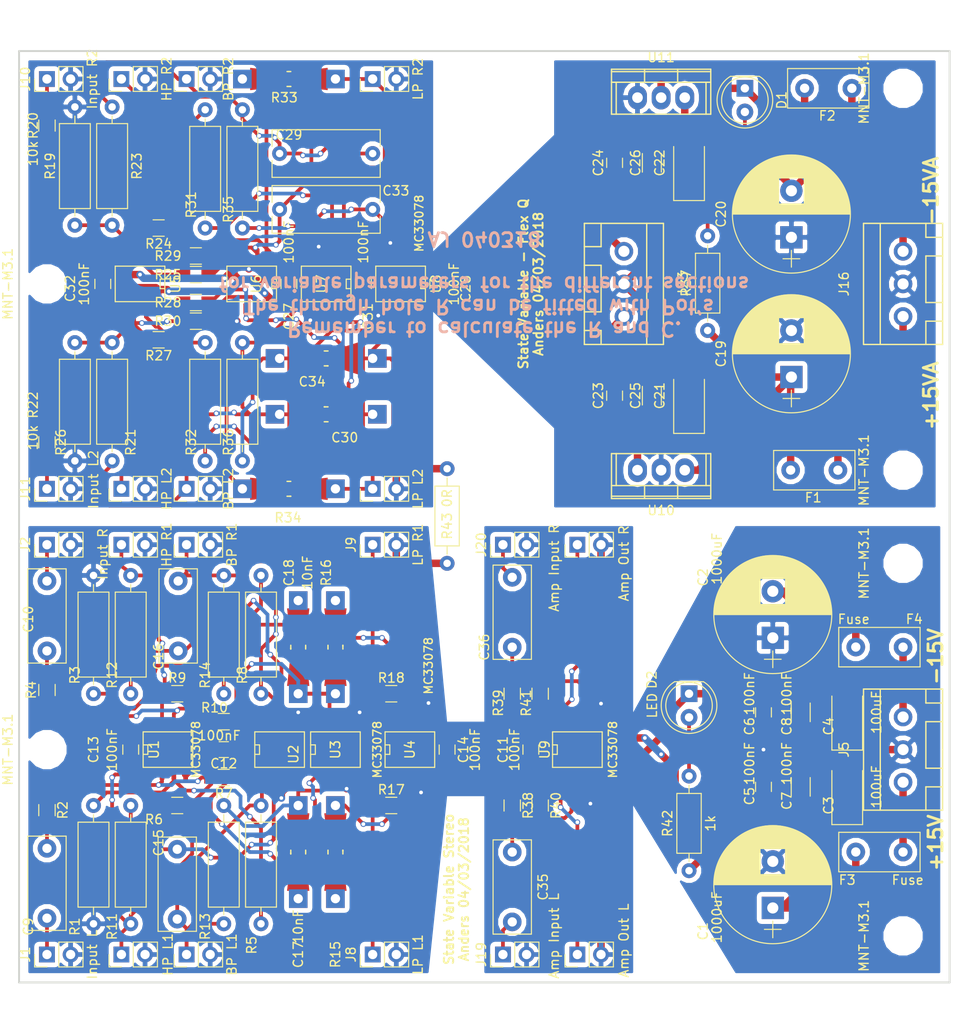
<source format=kicad_pcb>
(kicad_pcb (version 4) (host pcbnew 4.0.7)
  (title_block (date 2018-03-03) (rev a))
  (layers (0 F.Cu signal) (31 B.Cu signal) (34 B.Paste user) (35 F.Paste user) (36 B.SilkS user) (37 F.SilkS user) (38 B.Mask user) (39 F.Mask user) (44 Edge.Cuts user))
  (net 0 "")
  (net 1 VCC)
  (net 2 GNDA)
  (net 3 VEE)
  (net 4 "Net-(C15-Pad1)")
  (net 5 "Net-(C15-Pad2)")
  (net 6 "Net-(C16-Pad1)")
  (net 7 "Net-(C16-Pad2)")
  (net 8 "Net-(C17-Pad1)")
  (net 9 "Net-(C17-Pad2)")
  (net 10 "Net-(C18-Pad1)")
  (net 11 "Net-(C18-Pad2)")
  (net 12 "Net-(C19-Pad1)")
  (net 13 "Net-(C20-Pad2)")
  (net 14 "Net-(J3-Pad1)")
  (net 15 "Net-(J4-Pad1)")
  (net 16 "Net-(J8-Pad1)")
  (net 17 "Net-(J9-Pad1)")
  (net 18 "Net-(J10-Pad1)")
  (net 19 "Net-(J11-Pad1)")
  (net 20 "Net-(J12-Pad1)")
  (net 21 "Net-(J13-Pad1)")
  (net 22 "Net-(R1-Pad1)")
  (net 23 "Net-(R2-Pad1)")
  (net 24 "Net-(R3-Pad1)")
  (net 25 "Net-(R10-Pad2)")
  (net 26 "Net-(R15-Pad1)")
  (net 27 "Net-(R16-Pad1)")
  (net 28 "Net-(R19-Pad1)")
  (net 29 "Net-(R20-Pad1)")
  (net 30 "Net-(R21-Pad1)")
  (net 31 "Net-(R22-Pad1)")
  (net 32 "Net-(R29-Pad1)")
  (net 33 "Net-(R30-Pad1)")
  (net 34 +12VA)
  (net 35 -12VA)
  (net 36 "Net-(F1-Pad1)")
  (net 37 "Net-(F2-Pad1)")
  (net 38 "Net-(D1-Pad2)")
  (net 39 "Net-(C29-Pad1)")
  (net 40 "Net-(C29-Pad2)")
  (net 41 "Net-(C30-Pad1)")
  (net 42 "Net-(C30-Pad2)")
  (net 43 "Net-(C33-Pad1)")
  (net 44 "Net-(C33-Pad2)")
  (net 45 "Net-(C34-Pad1)")
  (net 46 "Net-(C34-Pad2)")
  (net 47 "Net-(C9-Pad2)")
  (net 48 "Net-(C10-Pad2)")
  (net 49 "Net-(C9-Pad1)")
  (net 50 "Net-(C10-Pad1)")
  (net 51 "Net-(C35-Pad1)")
  (net 52 "Net-(C35-Pad2)")
  (net 53 "Net-(C36-Pad1)")
  (net 54 "Net-(C36-Pad2)")
  (net 55 "Net-(J21-Pad1)")
  (net 56 "Net-(J22-Pad1)")
  (net 57 "Net-(R38-Pad1)")
  (net 58 "Net-(R39-Pad1)")
  (net 59 "Net-(D2-Pad2)")
  (net 60 "Net-(F3-Pad1)")
  (net 61 "Net-(F4-Pad1)")
  (module Mounting_Holes:MountingHole_3.2mm_M3 (layer F.Cu) (at 192 140.5 90)
    (fp_text reference MNT-M3.1 (at 0 -4.2 90) (layer F.SilkS))
    (fp_text value MountingHole_3.2mm_M3)
    (pad 1 np_thru_hole circle (at 0 0 90) (size 3.2 3.2) (drill 3.2) (layers *.Cu *.Mask))
  )
  (module Mounting_Holes:MountingHole_3.2mm_M3 (layer F.Cu) (at 192 99.5 90)
    (fp_text reference MNT-M3.1 (at 0 -4.2 90) (layer F.SilkS))
    (fp_text value MountingHole_3.2mm_M3)
    (pad 1 np_thru_hole circle (at 0 0 90) (size 3.2 3.2) (drill 3.2) (layers *.Cu *.Mask))
  )
  (module Mounting_Holes:MountingHole_3.2mm_M3 (layer F.Cu) (at 192 150.5 90)
    (fp_text reference MNT-M3.1 (at 0 -4.2 90) (layer F.SilkS))
    (fp_text value MountingHole_3.2mm_M3)
    (pad 1 np_thru_hole circle (at 0 0 90) (size 3.2 3.2) (drill 3.2) (layers *.Cu *.Mask))
  )
  (module Mounting_Holes:MountingHole_3.2mm_M3 (layer F.Cu) (at 192 190.5 90)
    (fp_text reference MNT-M3.1 (at 0 -4.2 90) (layer F.SilkS))
    (fp_text value MountingHole_3.2mm_M3)
    (pad 1 np_thru_hole circle (at 0 0 90) (size 3.2 3.2) (drill 3.2) (layers *.Cu *.Mask))
  )
  (module Mounting_Holes:MountingHole_3.2mm_M3 (layer F.Cu) (at 100 170.5 90)
    (fp_text reference MNT-M3.1 (at 0 -4.2 90) (layer F.SilkS))
    (fp_text value MountingHole_3.2mm_M3)
    (pad 1 np_thru_hole circle (at 0 0 90) (size 3.2 3.2) (drill 3.2) (layers *.Cu *.Mask))
  )
  (module Active:SO-8 (layer F.Cu) (at 122 120.5 270)
    (fp_text reference U6 (at 0 -0.5 270) (layer F.SilkS) (effects (font (size 1.016 1.016) (thickness 0.1524))))
    (fp_text value MC33078 hide)
    (pad 8 smd rect (at 2.667 -1.905 180) (size 0.508 1.143) (layers F.Cu F.Paste F.Mask) (net 34 +12VA))
    (pad 1 smd rect (at -2.667 -1.905 180) (size 0.508 1.143) (layers F.Cu F.Paste F.Mask) (net 32 "Net-(R29-Pad1)"))
    (pad 7 smd rect (at 2.667 -0.635 180) (size 0.508 1.143) (layers F.Cu F.Paste F.Mask) (net 33 "Net-(R30-Pad1)"))
    (pad 6 smd rect (at 2.667 0.635 180) (size 0.508 1.143) (layers F.Cu F.Paste F.Mask) (net 45 "Net-(C34-Pad1)"))
    (pad 5 smd rect (at 2.667 1.905 180) (size 0.508 1.143) (layers F.Cu F.Paste F.Mask) (net 2 GNDA))
    (pad 2 smd rect (at -2.667 -0.635 180) (size 0.508 1.143) (layers F.Cu F.Paste F.Mask) (net 43 "Net-(C33-Pad1)"))
    (pad 3 smd rect (at -2.667 0.635 180) (size 0.508 1.143) (layers F.Cu F.Paste F.Mask) (net 2 GNDA))
    (pad 4 smd rect (at -2.667 1.905 180) (size 0.508 1.143) (layers F.Cu F.Paste F.Mask) (net 35 -12VA))
  )
  (module Capacitors_THT:CP_Radial_D12.5mm_P5.00mm (layer F.Cu) (at 178 187.5 90)
    (fp_text reference C1 (at -2.5 -7.5 90) (layer F.SilkS))
    (fp_text value 1000uF (at -1 -6 90) (layer F.SilkS))
    (pad 1 thru_hole rect (at 0 0 90) (size 2.4 2.4) (drill 1.2) (layers *.Cu *.Mask) (net 1 VCC))
    (pad 2 thru_hole circle (at 5 0 90) (size 2.4 2.4) (drill 1.2) (layers *.Cu *.Mask) (net 2 GNDA))
  )
  (module Capacitors_THT:CP_Radial_D12.5mm_P5.00mm (layer F.Cu) (at 178 158.5 90)
    (fp_text reference C2 (at 6.5 -7.5 90) (layer F.SilkS))
    (fp_text value 1000uF (at 8.5 -6 90) (layer F.SilkS))
    (pad 1 thru_hole rect (at 0 0 90) (size 2.4 2.4) (drill 1.2) (layers *.Cu *.Mask) (net 2 GNDA))
    (pad 2 thru_hole circle (at 5 0 90) (size 2.4 2.4) (drill 1.2) (layers *.Cu *.Mask) (net 3 VEE))
  )
  (module Capacitors_Tantalum_SMD:CP_Tantalum_Case-B_EIA-3528-21_Hand (layer F.Cu) (at 186 174.5 90)
    (fp_text reference C3 (at -2 -2 90) (layer F.SilkS))
    (fp_text value 100uF (at 0 3.15 90) (layer F.SilkS))
    (pad 1 smd rect (at -2.15 0 90) (size 3.2 2.5) (layers F.Cu F.Paste F.Mask) (net 1 VCC))
    (pad 2 smd rect (at 2.15 0 90) (size 3.2 2.5) (layers F.Cu F.Paste F.Mask) (net 2 GNDA))
  )
  (module Capacitors_Tantalum_SMD:CP_Tantalum_Case-B_EIA-3528-21_Hand (layer F.Cu) (at 186 166.5 90)
    (fp_text reference C4 (at -1.5 -2 90) (layer F.SilkS))
    (fp_text value 100uF (at 0 3.15 90) (layer F.SilkS))
    (pad 1 smd rect (at -2.15 0 90) (size 3.2 2.5) (layers F.Cu F.Paste F.Mask) (net 2 GNDA))
    (pad 2 smd rect (at 2.15 0 90) (size 3.2 2.5) (layers F.Cu F.Paste F.Mask) (net 3 VEE))
  )
  (module Capacitors_SMD:C_0805_HandSoldering (layer F.Cu) (at 177 174.5 90)
    (fp_text reference C5 (at -1 -1.5 90) (layer F.SilkS))
    (fp_text value 100nF (at 2.5 -1.5 90) (layer F.SilkS))
    (pad 1 smd rect (at -1.25 0 90) (size 1.5 1.25) (layers F.Cu F.Paste F.Mask) (net 1 VCC))
    (pad 2 smd rect (at 1.25 0 90) (size 1.5 1.25) (layers F.Cu F.Paste F.Mask) (net 2 GNDA))
  )
  (module Capacitors_SMD:C_0805_HandSoldering (layer F.Cu) (at 177 166.5 90)
    (fp_text reference C6 (at -1.5 -1.5 90) (layer F.SilkS))
    (fp_text value 100nF (at 2 -1.5 90) (layer F.SilkS))
    (pad 1 smd rect (at -1.25 0 90) (size 1.5 1.25) (layers F.Cu F.Paste F.Mask) (net 2 GNDA))
    (pad 2 smd rect (at 1.25 0 90) (size 1.5 1.25) (layers F.Cu F.Paste F.Mask) (net 3 VEE))
  )
  (module Capacitors_SMD:C_1206_HandSoldering (layer F.Cu) (at 181 174.5 90)
    (fp_text reference C7 (at -1.5 -1.5 90) (layer F.SilkS))
    (fp_text value 100nF (at 2.5 -1.5 90) (layer F.SilkS))
    (pad 1 smd rect (at -2 0 90) (size 2 1.6) (layers F.Cu F.Paste F.Mask) (net 1 VCC))
    (pad 2 smd rect (at 2 0 90) (size 2 1.6) (layers F.Cu F.Paste F.Mask) (net 2 GNDA))
  )
  (module Capacitors_SMD:C_1206_HandSoldering (layer F.Cu) (at 181 166.5 90)
    (fp_text reference C8 (at -1.5 -1.5 90) (layer F.SilkS))
    (fp_text value 100nF (at 2 -1.5 90) (layer F.SilkS))
    (pad 1 smd rect (at -2 0 90) (size 2 1.6) (layers F.Cu F.Paste F.Mask) (net 2 GNDA))
    (pad 2 smd rect (at 2 0 90) (size 2 1.6) (layers F.Cu F.Paste F.Mask) (net 3 VEE))
  )
  (module Capacitors_THT:C_Rect_L11.5mm_W5.0mm_P10.00mm_MKT (layer F.Cu) (at 125 106.5)
    (fp_text reference C29 (at 1 -2) (layer F.SilkS))
    (fp_text value 10nF)
    (pad 1 thru_hole circle (at 0 0) (size 1.6 1.6) (drill 0.8) (layers *.Cu *.Mask) (net 39 "Net-(C29-Pad1)"))
    (pad 2 thru_hole circle (at 10 0) (size 1.6 1.6) (drill 0.8) (layers *.Cu *.Mask) (net 40 "Net-(C29-Pad2)"))
  )
  (module Resistors_Universal:Resistor_SMD+THTuniversal_0805to2512_RM10_HandSoldering (layer F.Cu) (at 130 134.5)
    (fp_text reference C30 (at 2 2.5) (layer F.SilkS))
    (fp_text value 10nF)
    (pad 1 smd trapezoid (at -2.413 0) (size 3.50012 2.79908) (rect_delta 1.09982 0) (layers F.Cu F.Paste F.Mask) (net 41 "Net-(C30-Pad1)"))
    (pad 2 smd trapezoid (at 2.413 0 180) (size 3.50012 2.79908) (rect_delta 1.09982 0) (layers F.Cu F.Paste F.Mask) (net 42 "Net-(C30-Pad2)"))
    (pad 1 thru_hole rect (at -5.00126 0 180) (size 1.99898 1.99898) (drill 1.00076 (offset 0.50038 0)) (layers *.Cu *.Mask) (net 41 "Net-(C30-Pad1)"))
    (pad 2 thru_hole rect (at 5.00126 0 180) (size 1.99898 1.99898) (drill 1.00076 (offset -0.50038 0)) (layers *.Cu *.Mask) (net 42 "Net-(C30-Pad2)"))
  )
  (module Capacitors_THT:C_Rect_L11.5mm_W5.0mm_P10.00mm_MKT (layer F.Cu) (at 125 112.5)
    (fp_text reference C33 (at 12.5 -2) (layer F.SilkS))
    (fp_text value 10nF)
    (pad 1 thru_hole circle (at 0 0) (size 1.6 1.6) (drill 0.8) (layers *.Cu *.Mask) (net 43 "Net-(C33-Pad1)"))
    (pad 2 thru_hole circle (at 10 0) (size 1.6 1.6) (drill 0.8) (layers *.Cu *.Mask) (net 44 "Net-(C33-Pad2)"))
  )
  (module Resistors_Universal:Resistor_SMD+THTuniversal_0805to2512_RM10_HandSoldering (layer F.Cu) (at 130 128.5 180)
    (fp_text reference C34 (at 1.5 -2.5 180) (layer F.SilkS))
    (fp_text value 10nF)
    (pad 1 smd trapezoid (at -2.413 0 180) (size 3.50012 2.79908) (rect_delta 1.09982 0) (layers F.Cu F.Paste F.Mask) (net 45 "Net-(C34-Pad1)"))
    (pad 2 smd trapezoid (at 2.413 0) (size 3.50012 2.79908) (rect_delta 1.09982 0) (layers F.Cu F.Paste F.Mask) (net 46 "Net-(C34-Pad2)"))
    (pad 1 thru_hole rect (at -5.00126 0) (size 1.99898 1.99898) (drill 1.00076 (offset 0.50038 0)) (layers *.Cu *.Mask) (net 45 "Net-(C34-Pad1)"))
    (pad 2 thru_hole rect (at 5.00126 0) (size 1.99898 1.99898) (drill 1.00076 (offset -0.50038 0)) (layers *.Cu *.Mask) (net 46 "Net-(C34-Pad2)"))
  )
  (module Pin_Headers:Pin_Header_Straight_1x02_Pitch2.54mm (layer F.Cu) (at 100 192.5 90)
    (fp_text reference J1 (at 0 -2.33 90) (layer F.SilkS))
    (fp_text value "Input L" (at 0 4.87 90) (layer F.SilkS))
    (pad 1 thru_hole rect (at 0 0 90) (size 1.7 1.7) (drill 1) (layers *.Cu *.Mask) (net 47 "Net-(C9-Pad2)"))
    (pad 2 thru_hole oval (at 0 2.54 90) (size 1.7 1.7) (drill 1) (layers *.Cu *.Mask) (net 2 GNDA))
  )
  (module Pin_Headers:Pin_Header_Straight_1x02_Pitch2.54mm (layer F.Cu) (at 100 148.5 90)
    (fp_text reference J2 (at 0 -2.33 90) (layer F.SilkS))
    (fp_text value "Input R" (at -1 6 90) (layer F.SilkS))
    (pad 1 thru_hole rect (at 0 0 90) (size 1.7 1.7) (drill 1) (layers *.Cu *.Mask) (net 48 "Net-(C10-Pad2)"))
    (pad 2 thru_hole oval (at 0 2.54 90) (size 1.7 1.7) (drill 1) (layers *.Cu *.Mask) (net 2 GNDA))
  )
  (module Pin_Headers:Pin_Header_Straight_1x02_Pitch2.54mm (layer F.Cu) (at 108 192.5 90)
    (fp_text reference J3 hide)
    (fp_text value "HP L1" (at 0 5 90) (layer F.SilkS))
    (pad 1 thru_hole rect (at 0 0 90) (size 1.7 1.7) (drill 1) (layers *.Cu *.Mask) (net 14 "Net-(J3-Pad1)"))
    (pad 2 thru_hole oval (at 0 2.54 90) (size 1.7 1.7) (drill 1) (layers *.Cu *.Mask) (net 2 GNDA))
  )
  (module Pin_Headers:Pin_Header_Straight_1x02_Pitch2.54mm (layer F.Cu) (at 108 148.5 90)
    (fp_text reference J4 hide)
    (fp_text value "HP R1" (at 0 4.87 90) (layer F.SilkS))
    (pad 1 thru_hole rect (at 0 0 90) (size 1.7 1.7) (drill 1) (layers *.Cu *.Mask) (net 15 "Net-(J4-Pad1)"))
    (pad 2 thru_hole oval (at 0 2.54 90) (size 1.7 1.7) (drill 1) (layers *.Cu *.Mask) (net 2 GNDA))
  )
  (module Connectors_WAGO:WAGO_734_3pin_Straight (layer F.Cu) (at 192 170.5 90)
    (fp_text reference J5 (at 0 -6.35 90) (layer F.SilkS))
    (fp_text value Power)
    (pad 2 thru_hole circle (at 0 0 90) (size 1.99898 1.99898) (drill 1.19888) (layers *.Cu *.Mask) (net 2 GNDA))
    (pad 1 thru_hole circle (at -3.50012 0 90) (size 1.99898 1.99898) (drill 1.19888) (layers *.Cu *.Mask) (net 60 "Net-(F3-Pad1)"))
    (pad 3 thru_hole circle (at 3.50012 0 90) (size 1.99898 1.99898) (drill 1.19888) (layers *.Cu *.Mask) (net 61 "Net-(F4-Pad1)"))
  )
  (module Pin_Headers:Pin_Header_Straight_1x02_Pitch2.54mm (layer F.Cu) (at 115 192.5 90)
    (fp_text reference J6 hide)
    (fp_text value "BP L1" (at 0 4.87 90) (layer F.SilkS))
    (pad 1 thru_hole rect (at 0 0 90) (size 1.7 1.7) (drill 1) (layers *.Cu *.Mask) (net 4 "Net-(C15-Pad1)"))
    (pad 2 thru_hole oval (at 0 2.54 90) (size 1.7 1.7) (drill 1) (layers *.Cu *.Mask) (net 2 GNDA))
  )
  (module Pin_Headers:Pin_Header_Straight_1x02_Pitch2.54mm (layer F.Cu) (at 115 148.5 90)
    (fp_text reference J7 hide)
    (fp_text value "BP R1" (at 0 4.87 90) (layer F.SilkS))
    (pad 1 thru_hole rect (at 0 0 90) (size 1.7 1.7) (drill 1) (layers *.Cu *.Mask) (net 6 "Net-(C16-Pad1)"))
    (pad 2 thru_hole oval (at 0 2.54 90) (size 1.7 1.7) (drill 1) (layers *.Cu *.Mask) (net 2 GNDA))
  )
  (module Pin_Headers:Pin_Header_Straight_1x02_Pitch2.54mm (layer F.Cu) (at 135 192.5 90)
    (fp_text reference J8 (at 0 -2.33 90) (layer F.SilkS))
    (fp_text value "LP L1" (at 0 4.87 90) (layer F.SilkS))
    (pad 1 thru_hole rect (at 0 0 90) (size 1.7 1.7) (drill 1) (layers *.Cu *.Mask) (net 16 "Net-(J8-Pad1)"))
    (pad 2 thru_hole oval (at 0 2.54 90) (size 1.7 1.7) (drill 1) (layers *.Cu *.Mask) (net 2 GNDA))
  )
  (module Pin_Headers:Pin_Header_Straight_1x02_Pitch2.54mm (layer F.Cu) (at 135 148.5 90)
    (fp_text reference J9 (at 0 -2.33 90) (layer F.SilkS))
    (fp_text value "LP R1" (at 0 4.87 90) (layer F.SilkS))
    (pad 1 thru_hole rect (at 0 0 90) (size 1.7 1.7) (drill 1) (layers *.Cu *.Mask) (net 17 "Net-(J9-Pad1)"))
    (pad 2 thru_hole oval (at 0 2.54 90) (size 1.7 1.7) (drill 1) (layers *.Cu *.Mask) (net 2 GNDA))
  )
  (module Pin_Headers:Pin_Header_Straight_1x02_Pitch2.54mm (layer F.Cu) (at 100 98.5 90)
    (fp_text reference J10 (at 0 -2.33 90) (layer F.SilkS))
    (fp_text value "Input R2" (at 0 4.87 90) (layer F.SilkS))
    (pad 1 thru_hole rect (at 0 0 90) (size 1.7 1.7) (drill 1) (layers *.Cu *.Mask) (net 18 "Net-(J10-Pad1)"))
    (pad 2 thru_hole oval (at 0 2.54 90) (size 1.7 1.7) (drill 1) (layers *.Cu *.Mask) (net 2 GNDA))
  )
  (module Pin_Headers:Pin_Header_Straight_1x02_Pitch2.54mm (layer F.Cu) (at 100 142.5 90)
    (fp_text reference J11 (at 0 -2.33 90) (layer F.SilkS))
    (fp_text value "Input L2" (at 1 5 90) (layer F.SilkS))
    (pad 1 thru_hole rect (at 0 0 90) (size 1.7 1.7) (drill 1) (layers *.Cu *.Mask) (net 19 "Net-(J11-Pad1)"))
    (pad 2 thru_hole oval (at 0 2.54 90) (size 1.7 1.7) (drill 1) (layers *.Cu *.Mask) (net 2 GNDA))
  )
  (module Pin_Headers:Pin_Header_Straight_1x02_Pitch2.54mm (layer F.Cu) (at 108 98.5 90)
    (fp_text reference J12 hide)
    (fp_text value "HP R2" (at 0 4.87 90) (layer F.SilkS))
    (pad 1 thru_hole rect (at 0 0 90) (size 1.7 1.7) (drill 1) (layers *.Cu *.Mask) (net 20 "Net-(J12-Pad1)"))
    (pad 2 thru_hole oval (at 0 2.54 90) (size 1.7 1.7) (drill 1) (layers *.Cu *.Mask) (net 2 GNDA))
  )
  (module Pin_Headers:Pin_Header_Straight_1x02_Pitch2.54mm (layer F.Cu) (at 108 142.5 90)
    (fp_text reference J13 hide)
    (fp_text value "HP L2" (at 0 4.87 90) (layer F.SilkS))
    (pad 1 thru_hole rect (at 0 0 90) (size 1.7 1.7) (drill 1) (layers *.Cu *.Mask) (net 21 "Net-(J13-Pad1)"))
    (pad 2 thru_hole oval (at 0 2.54 90) (size 1.7 1.7) (drill 1) (layers *.Cu *.Mask) (net 2 GNDA))
  )
  (module Pin_Headers:Pin_Header_Straight_1x02_Pitch2.54mm (layer F.Cu) (at 115 98.5 90)
    (fp_text reference J14 hide)
    (fp_text value "BP R2" (at 0 4.5 90) (layer F.SilkS))
    (pad 1 thru_hole rect (at 0 0 90) (size 1.7 1.7) (drill 1) (layers *.Cu *.Mask) (net 39 "Net-(C29-Pad1)"))
    (pad 2 thru_hole oval (at 0 2.54 90) (size 1.7 1.7) (drill 1) (layers *.Cu *.Mask) (net 2 GNDA))
  )
  (module Pin_Headers:Pin_Header_Straight_1x02_Pitch2.54mm (layer F.Cu) (at 115 142.5 90)
    (fp_text reference J15 hide)
    (fp_text value "BP L2" (at 0 4.5 90) (layer F.SilkS))
    (pad 1 thru_hole rect (at 0 0 90) (size 1.7 1.7) (drill 1) (layers *.Cu *.Mask) (net 41 "Net-(C30-Pad1)"))
    (pad 2 thru_hole oval (at 0 2.54 90) (size 1.7 1.7) (drill 1) (layers *.Cu *.Mask) (net 2 GNDA))
  )
  (module Pin_Headers:Pin_Header_Straight_1x02_Pitch2.54mm (layer F.Cu) (at 135 98.5 90)
    (fp_text reference J17 hide)
    (fp_text value "LP R2" (at 0 4.87 90) (layer F.SilkS))
    (pad 1 thru_hole rect (at 0 0 90) (size 1.7 1.7) (drill 1) (layers *.Cu *.Mask) (net 43 "Net-(C33-Pad1)"))
    (pad 2 thru_hole oval (at 0 2.54 90) (size 1.7 1.7) (drill 1) (layers *.Cu *.Mask) (net 2 GNDA))
  )
  (module Pin_Headers:Pin_Header_Straight_1x02_Pitch2.54mm (layer F.Cu) (at 135 142.5 90)
    (fp_text reference J18 hide)
    (fp_text value "LP L2" (at 0 4.87 90) (layer F.SilkS))
    (pad 1 thru_hole rect (at 0 0 90) (size 1.7 1.7) (drill 1) (layers *.Cu *.Mask) (net 45 "Net-(C34-Pad1)"))
    (pad 2 thru_hole oval (at 0 2.54 90) (size 1.7 1.7) (drill 1) (layers *.Cu *.Mask) (net 2 GNDA))
  )
  (module Resistors_THT:R_Axial_DIN0309_L9.0mm_D3.2mm_P12.70mm_Horizontal (layer F.Cu) (at 105 176.5 270)
    (fp_text reference R1 (at 13 2 270) (layer F.SilkS))
    (fp_text value 10k)
    (pad 1 thru_hole circle (at 0 0 270) (size 1.6 1.6) (drill 0.8) (layers *.Cu *.Mask) (net 22 "Net-(R1-Pad1)"))
    (pad 2 thru_hole oval (at 12.7 0 270) (size 1.6 1.6) (drill 0.8) (layers *.Cu *.Mask) (net 2 GNDA))
  )
  (module Resistors_SMD:R_0805_HandSoldering (layer F.Cu) (at 100 177 270)
    (fp_text reference R2 (at 0 -1.7 270) (layer F.SilkS))
    (fp_text value 10k)
    (pad 1 smd rect (at -1.35 0 270) (size 1.5 1.3) (layers F.Cu F.Paste F.Mask) (net 23 "Net-(R2-Pad1)"))
    (pad 2 smd rect (at 1.35 0 270) (size 1.5 1.3) (layers F.Cu F.Paste F.Mask) (net 49 "Net-(C9-Pad1)"))
  )
  (module Resistors_THT:R_Axial_DIN0309_L9.0mm_D3.2mm_P12.70mm_Horizontal (layer F.Cu) (at 105 164.5 90)
    (fp_text reference R3 (at 2 -2 90) (layer F.SilkS))
    (fp_text value 10k)
    (pad 1 thru_hole circle (at 0 0 90) (size 1.6 1.6) (drill 0.8) (layers *.Cu *.Mask) (net 24 "Net-(R3-Pad1)"))
    (pad 2 thru_hole oval (at 12.7 0 90) (size 1.6 1.6) (drill 0.8) (layers *.Cu *.Mask) (net 2 GNDA))
  )
  (module Resistors_SMD:R_0805_HandSoldering (layer F.Cu) (at 100 164.1 90)
    (fp_text reference R4 (at 0 -1.7 90) (layer F.SilkS))
    (fp_text value 10k)
    (pad 1 smd rect (at -1.35 0 90) (size 1.5 1.3) (layers F.Cu F.Paste F.Mask) (net 25 "Net-(R10-Pad2)"))
    (pad 2 smd rect (at 1.35 0 90) (size 1.5 1.3) (layers F.Cu F.Paste F.Mask) (net 50 "Net-(C10-Pad1)"))
  )
  (module Resistors_THT:R_Axial_DIN0309_L9.0mm_D3.2mm_P12.70mm_Horizontal (layer F.Cu) (at 123 176.5 270)
    (fp_text reference R5 (at 15 1 270) (layer F.SilkS))
    (fp_text value 10k)
    (pad 1 thru_hole circle (at 0 0 270) (size 1.6 1.6) (drill 0.8) (layers *.Cu *.Mask) (net 4 "Net-(C15-Pad1)"))
    (pad 2 thru_hole oval (at 12.7 0 270) (size 1.6 1.6) (drill 0.8) (layers *.Cu *.Mask) (net 22 "Net-(R1-Pad1)"))
  )
  (module Resistors_SMD:R_0805_HandSoldering (layer F.Cu) (at 114 176.5)
    (fp_text reference R6 (at -2.5 1.5) (layer F.SilkS))
    (fp_text value 10k)
    (pad 1 smd rect (at -1.35 0) (size 1.5 1.3) (layers F.Cu F.Paste F.Mask) (net 14 "Net-(J3-Pad1)"))
    (pad 2 smd rect (at 1.35 0) (size 1.5 1.3) (layers F.Cu F.Paste F.Mask) (net 23 "Net-(R2-Pad1)"))
  )
  (module Resistors_SMD:R_0805_HandSoldering (layer F.Cu) (at 119 173.5 180)
    (fp_text reference R7 (at 0 -1.7 180) (layer F.SilkS))
    (fp_text value 10k)
    (pad 1 smd rect (at -1.35 0 180) (size 1.5 1.3) (layers F.Cu F.Paste F.Mask) (net 8 "Net-(C17-Pad1)"))
    (pad 2 smd rect (at 1.35 0 180) (size 1.5 1.3) (layers F.Cu F.Paste F.Mask) (net 23 "Net-(R2-Pad1)"))
  )
  (module Resistors_THT:R_Axial_DIN0309_L9.0mm_D3.2mm_P12.70mm_Horizontal (layer F.Cu) (at 123 164.5 90)
    (fp_text reference R8 (at 2 -2 90) (layer F.SilkS))
    (fp_text value 10k)
    (pad 1 thru_hole circle (at 0 0 90) (size 1.6 1.6) (drill 0.8) (layers *.Cu *.Mask) (net 6 "Net-(C16-Pad1)"))
    (pad 2 thru_hole oval (at 12.7 0 90) (size 1.6 1.6) (drill 0.8) (layers *.Cu *.Mask) (net 24 "Net-(R3-Pad1)"))
  )
  (module Resistors_SMD:R_0805_HandSoldering (layer F.Cu) (at 114 164.5)
    (fp_text reference R9 (at 0 -1.7) (layer F.SilkS))
    (fp_text value 10k)
    (pad 1 smd rect (at -1.35 0) (size 1.5 1.3) (layers F.Cu F.Paste F.Mask) (net 15 "Net-(J4-Pad1)"))
    (pad 2 smd rect (at 1.35 0) (size 1.5 1.3) (layers F.Cu F.Paste F.Mask) (net 25 "Net-(R10-Pad2)"))
  )
  (module Resistors_SMD:R_0805_HandSoldering (layer F.Cu) (at 119 167.5 180)
    (fp_text reference R10 (at 1 1.5 180) (layer F.SilkS))
    (fp_text value 10k)
    (pad 1 smd rect (at -1.35 0 180) (size 1.5 1.3) (layers F.Cu F.Paste F.Mask) (net 10 "Net-(C18-Pad1)"))
    (pad 2 smd rect (at 1.35 0 180) (size 1.5 1.3) (layers F.Cu F.Paste F.Mask) (net 25 "Net-(R10-Pad2)"))
  )
  (module Resistors_THT:R_Axial_DIN0309_L9.0mm_D3.2mm_P12.70mm_Horizontal (layer F.Cu) (at 109 176.5 270)
    (fp_text reference R11 (at 13 2 270) (layer F.SilkS))
    (fp_text value 10k)
    (pad 1 thru_hole circle (at 0 0 270) (size 1.6 1.6) (drill 0.8) (layers *.Cu *.Mask) (net 5 "Net-(C15-Pad2)"))
    (pad 2 thru_hole oval (at 12.7 0 270) (size 1.6 1.6) (drill 0.8) (layers *.Cu *.Mask) (net 14 "Net-(J3-Pad1)"))
  )
  (module Resistors_THT:R_Axial_DIN0309_L9.0mm_D3.2mm_P12.70mm_Horizontal (layer F.Cu) (at 109 164.5 90)
    (fp_text reference R12 (at 2 -2 90) (layer F.SilkS))
    (fp_text value 10k)
    (pad 1 thru_hole circle (at 0 0 90) (size 1.6 1.6) (drill 0.8) (layers *.Cu *.Mask) (net 7 "Net-(C16-Pad2)"))
    (pad 2 thru_hole oval (at 12.7 0 90) (size 1.6 1.6) (drill 0.8) (layers *.Cu *.Mask) (net 15 "Net-(J4-Pad1)"))
  )
  (module Resistors_THT:R_Axial_DIN0309_L9.0mm_D3.2mm_P12.70mm_Horizontal (layer F.Cu) (at 119 176.5 270)
    (fp_text reference R13 (at 13 2 270) (layer F.SilkS))
    (fp_text value 10k)
    (pad 1 thru_hole circle (at 0 0 270) (size 1.6 1.6) (drill 0.8) (layers *.Cu *.Mask) (net 9 "Net-(C17-Pad2)"))
    (pad 2 thru_hole oval (at 12.7 0 270) (size 1.6 1.6) (drill 0.8) (layers *.Cu *.Mask) (net 4 "Net-(C15-Pad1)"))
  )
  (module Resistors_THT:R_Axial_DIN0309_L9.0mm_D3.2mm_P12.70mm_Horizontal (layer F.Cu) (at 119 164.5 90)
    (fp_text reference R14 (at 2 -2 90) (layer F.SilkS))
    (fp_text value 10k)
    (pad 1 thru_hole circle (at 0 0 90) (size 1.6 1.6) (drill 0.8) (layers *.Cu *.Mask) (net 11 "Net-(C18-Pad2)"))
    (pad 2 thru_hole oval (at 12.7 0 90) (size 1.6 1.6) (drill 0.8) (layers *.Cu *.Mask) (net 6 "Net-(C16-Pad1)"))
  )
  (module Resistors_Universal:Resistor_SMD+THTuniversal_0805to1206_RM10_HandSoldering (layer F.Cu) (at 131 181.5 270)
    (fp_text reference R15 (at 11 0 270) (layer F.SilkS))
    (fp_text value 10k)
    (pad 1 smd trapezoid (at -2.413 0 270) (size 3.50012 1.99898) (rect_delta 0.39878 0) (layers F.Cu F.Paste F.Mask) (net 26 "Net-(R15-Pad1)"))
    (pad 2 smd trapezoid (at 2.413 0 90) (size 3.50012 1.99898) (rect_delta 0.39878 0) (layers F.Cu F.Paste F.Mask) (net 8 "Net-(C17-Pad1)"))
    (pad 1 thru_hole rect (at -5.00126 0 90) (size 1.99898 1.99898) (drill 1.00076) (layers *.Cu *.Mask) (net 26 "Net-(R15-Pad1)"))
    (pad 2 thru_hole rect (at 5.00126 0 90) (size 1.99898 1.99898) (drill 1.00076) (layers *.Cu *.Mask) (net 8 "Net-(C17-Pad1)"))
  )
  (module Resistors_Universal:Resistor_SMD+THTuniversal_0805to1206_RM10_HandSoldering (layer F.Cu) (at 131 159.5 270)
    (fp_text reference R16 (at -8 1 270) (layer F.SilkS))
    (fp_text value 10k)
    (pad 1 smd trapezoid (at -2.413 0 270) (size 3.50012 1.99898) (rect_delta 0.39878 0) (layers F.Cu F.Paste F.Mask) (net 27 "Net-(R16-Pad1)"))
    (pad 2 smd trapezoid (at 2.413 0 90) (size 3.50012 1.99898) (rect_delta 0.39878 0) (layers F.Cu F.Paste F.Mask) (net 10 "Net-(C18-Pad1)"))
    (pad 1 thru_hole rect (at -5.00126 0 90) (size 1.99898 1.99898) (drill 1.00076) (layers *.Cu *.Mask) (net 27 "Net-(R16-Pad1)"))
    (pad 2 thru_hole rect (at 5.00126 0 90) (size 1.99898 1.99898) (drill 1.00076) (layers *.Cu *.Mask) (net 10 "Net-(C18-Pad1)"))
  )
  (module Resistors_SMD:R_0805_HandSoldering (layer F.Cu) (at 137 176.5)
    (fp_text reference R17 (at 0 -1.7) (layer F.SilkS))
    (fp_text value 10k)
    (pad 1 smd rect (at -1.35 0) (size 1.5 1.3) (layers F.Cu F.Paste F.Mask) (net 16 "Net-(J8-Pad1)"))
    (pad 2 smd rect (at 1.35 0) (size 1.5 1.3) (layers F.Cu F.Paste F.Mask) (net 26 "Net-(R15-Pad1)"))
  )
  (module Resistors_SMD:R_0805_HandSoldering (layer F.Cu) (at 137 164.5)
    (fp_text reference R18 (at 0 -1.7) (layer F.SilkS))
    (fp_text value 10k)
    (pad 1 smd rect (at -1.35 0) (size 1.5 1.3) (layers F.Cu F.Paste F.Mask) (net 17 "Net-(J9-Pad1)"))
    (pad 2 smd rect (at 1.35 0) (size 1.5 1.3) (layers F.Cu F.Paste F.Mask) (net 27 "Net-(R16-Pad1)"))
  )
  (module Resistors_THT:R_Axial_DIN0309_L9.0mm_D3.2mm_P12.70mm_Horizontal (layer F.Cu) (at 103 114.2 90)
    (fp_text reference R19 (at 6.35 -2.66 90) (layer F.SilkS))
    (fp_text value 10k)
    (pad 1 thru_hole circle (at 0 0 90) (size 1.6 1.6) (drill 0.8) (layers *.Cu *.Mask) (net 28 "Net-(R19-Pad1)"))
    (pad 2 thru_hole oval (at 12.7 0 90) (size 1.6 1.6) (drill 0.8) (layers *.Cu *.Mask) (net 2 GNDA))
  )
  (module Resistors_SMD:R_0805_HandSoldering (layer F.Cu) (at 100 103.5 90)
    (fp_text reference R20 (at 0 -1.5 90) (layer F.SilkS))
    (fp_text value 10k (at -3 -1.5 90) (layer F.SilkS))
    (pad 1 smd rect (at -1.35 0 90) (size 1.5 1.3) (layers F.Cu F.Paste F.Mask) (net 29 "Net-(R20-Pad1)"))
    (pad 2 smd rect (at 1.35 0 90) (size 1.5 1.3) (layers F.Cu F.Paste F.Mask) (net 18 "Net-(J10-Pad1)"))
  )
  (module Resistors_THT:R_Axial_DIN0309_L9.0mm_D3.2mm_P12.70mm_Horizontal (layer F.Cu) (at 103 126.8 270)
    (fp_text reference R21 (at 10.7 -6 270) (layer F.SilkS))
    (fp_text value 10k)
    (pad 1 thru_hole circle (at 0 0 270) (size 1.6 1.6) (drill 0.8) (layers *.Cu *.Mask) (net 30 "Net-(R21-Pad1)"))
    (pad 2 thru_hole oval (at 12.7 0 270) (size 1.6 1.6) (drill 0.8) (layers *.Cu *.Mask) (net 2 GNDA))
  )
  (module Resistors_SMD:R_0805_HandSoldering (layer F.Cu) (at 100 137.5 270)
    (fp_text reference R22 (at -4 1.5 270) (layer F.SilkS))
    (fp_text value 10k (at -0.5 1.5 270) (layer F.SilkS))
    (pad 1 smd rect (at -1.35 0 270) (size 1.5 1.3) (layers F.Cu F.Paste F.Mask) (net 31 "Net-(R22-Pad1)"))
    (pad 2 smd rect (at 1.35 0 270) (size 1.5 1.3) (layers F.Cu F.Paste F.Mask) (net 19 "Net-(J11-Pad1)"))
  )
  (module Resistors_THT:R_Axial_DIN0309_L9.0mm_D3.2mm_P12.70mm_Horizontal (layer F.Cu) (at 107 101.5 270)
    (fp_text reference R23 (at 6.35 -2.66 270) (layer F.SilkS))
    (fp_text value 10k)
    (pad 1 thru_hole circle (at 0 0 270) (size 1.6 1.6) (drill 0.8) (layers *.Cu *.Mask) (net 39 "Net-(C29-Pad1)"))
    (pad 2 thru_hole oval (at 12.7 0 270) (size 1.6 1.6) (drill 0.8) (layers *.Cu *.Mask) (net 28 "Net-(R19-Pad1)"))
  )
  (module Resistors_SMD:R_0805_HandSoldering (layer F.Cu) (at 112 114.5 180)
    (fp_text reference R24 (at 0 -1.7 180) (layer F.SilkS))
    (fp_text value 10k)
    (pad 1 smd rect (at -1.35 0 180) (size 1.5 1.3) (layers F.Cu F.Paste F.Mask) (net 20 "Net-(J12-Pad1)"))
    (pad 2 smd rect (at 1.35 0 180) (size 1.5 1.3) (layers F.Cu F.Paste F.Mask) (net 29 "Net-(R20-Pad1)"))
  )
  (module Resistors_SMD:R_0805_HandSoldering (layer F.Cu) (at 116 119.5 180)
    (fp_text reference R25 (at 3 0 180) (layer F.SilkS))
    (fp_text value 10k)
    (pad 1 smd rect (at -1.35 0 180) (size 1.5 1.3) (layers F.Cu F.Paste F.Mask) (net 43 "Net-(C33-Pad1)"))
    (pad 2 smd rect (at 1.35 0 180) (size 1.5 1.3) (layers F.Cu F.Paste F.Mask) (net 29 "Net-(R20-Pad1)"))
  )
  (module Resistors_THT:R_Axial_DIN0309_L9.0mm_D3.2mm_P12.70mm_Horizontal (layer F.Cu) (at 107 139.5 90)
    (fp_text reference R26 (at 2 -5.5 90) (layer F.SilkS))
    (fp_text value 10k)
    (pad 1 thru_hole circle (at 0 0 90) (size 1.6 1.6) (drill 0.8) (layers *.Cu *.Mask) (net 41 "Net-(C30-Pad1)"))
    (pad 2 thru_hole oval (at 12.7 0 90) (size 1.6 1.6) (drill 0.8) (layers *.Cu *.Mask) (net 30 "Net-(R21-Pad1)"))
  )
  (module Resistors_SMD:R_0805_HandSoldering (layer F.Cu) (at 112 126.5 180)
    (fp_text reference R27 (at 0 -1.7 180) (layer F.SilkS))
    (fp_text value 10k)
    (pad 1 smd rect (at -1.35 0 180) (size 1.5 1.3) (layers F.Cu F.Paste F.Mask) (net 21 "Net-(J13-Pad1)"))
    (pad 2 smd rect (at 1.35 0 180) (size 1.5 1.3) (layers F.Cu F.Paste F.Mask) (net 31 "Net-(R22-Pad1)"))
  )
  (module Resistors_SMD:R_0805_HandSoldering (layer F.Cu) (at 116 122.5 180)
    (fp_text reference R28 (at 3 0 180) (layer F.SilkS))
    (fp_text value 10k)
    (pad 1 smd rect (at -1.35 0 180) (size 1.5 1.3) (layers F.Cu F.Paste F.Mask) (net 45 "Net-(C34-Pad1)"))
    (pad 2 smd rect (at 1.35 0 180) (size 1.5 1.3) (layers F.Cu F.Paste F.Mask) (net 31 "Net-(R22-Pad1)"))
  )
  (module Resistors_SMD:R_0805_HandSoldering (layer F.Cu) (at 116 117.5 180)
    (fp_text reference R29 (at 3 0 180) (layer F.SilkS))
    (fp_text value 10k)
    (pad 1 smd rect (at -1.35 0 180) (size 1.5 1.3) (layers F.Cu F.Paste F.Mask) (net 32 "Net-(R29-Pad1)"))
    (pad 2 smd rect (at 1.35 0 180) (size 1.5 1.3) (layers F.Cu F.Paste F.Mask) (net 29 "Net-(R20-Pad1)"))
  )
  (module Resistors_SMD:R_0805_HandSoldering (layer F.Cu) (at 116 124.5 180)
    (fp_text reference R30 (at 3 0 180) (layer F.SilkS))
    (fp_text value 10k)
    (pad 1 smd rect (at -1.35 0 180) (size 1.5 1.3) (layers F.Cu F.Paste F.Mask) (net 33 "Net-(R30-Pad1)"))
    (pad 2 smd rect (at 1.35 0 180) (size 1.5 1.3) (layers F.Cu F.Paste F.Mask) (net 31 "Net-(R22-Pad1)"))
  )
  (module Resistors_THT:R_Axial_DIN0309_L9.0mm_D3.2mm_P12.70mm_Horizontal (layer F.Cu) (at 117 114.5 90)
    (fp_text reference R31 (at 2.5 -1.5 90) (layer F.SilkS))
    (fp_text value 10k)
    (pad 1 thru_hole circle (at 0 0 90) (size 1.6 1.6) (drill 0.8) (layers *.Cu *.Mask) (net 40 "Net-(C29-Pad2)"))
    (pad 2 thru_hole oval (at 12.7 0 90) (size 1.6 1.6) (drill 0.8) (layers *.Cu *.Mask) (net 20 "Net-(J12-Pad1)"))
  )
  (module Resistors_THT:R_Axial_DIN0309_L9.0mm_D3.2mm_P12.70mm_Horizontal (layer F.Cu) (at 117 139.5 90)
    (fp_text reference R32 (at 2 -1.5 90) (layer F.SilkS))
    (fp_text value 10k)
    (pad 1 thru_hole circle (at 0 0 90) (size 1.6 1.6) (drill 0.8) (layers *.Cu *.Mask) (net 42 "Net-(C30-Pad2)"))
    (pad 2 thru_hole oval (at 12.7 0 90) (size 1.6 1.6) (drill 0.8) (layers *.Cu *.Mask) (net 21 "Net-(J13-Pad1)"))
  )
  (module Resistors_Universal:Resistor_SMD+THTuniversal_0805to1206_RM10_HandSoldering (layer F.Cu) (at 126 98.5 180)
    (fp_text reference R33 (at 0.5 -2 180) (layer F.SilkS))
    (fp_text value 10k)
    (pad 1 smd trapezoid (at -2.413 0 180) (size 3.50012 1.99898) (rect_delta 0.39878 0) (layers F.Cu F.Paste F.Mask) (net 43 "Net-(C33-Pad1)"))
    (pad 2 smd trapezoid (at 2.413 0) (size 3.50012 1.99898) (rect_delta 0.39878 0) (layers F.Cu F.Paste F.Mask) (net 32 "Net-(R29-Pad1)"))
    (pad 1 thru_hole rect (at -5.00126 0) (size 1.99898 1.99898) (drill 1.00076) (layers *.Cu *.Mask) (net 43 "Net-(C33-Pad1)"))
    (pad 2 thru_hole rect (at 5.00126 0) (size 1.99898 1.99898) (drill 1.00076) (layers *.Cu *.Mask) (net 32 "Net-(R29-Pad1)"))
  )
  (module Resistors_Universal:Resistor_SMD+THTuniversal_0805to1206_RM10_HandSoldering (layer F.Cu) (at 126 142.5 180)
    (fp_text reference R34 (at 0.09906 -3.0988 180) (layer F.SilkS))
    (fp_text value 10k)
    (pad 1 smd trapezoid (at -2.413 0 180) (size 3.50012 1.99898) (rect_delta 0.39878 0) (layers F.Cu F.Paste F.Mask) (net 45 "Net-(C34-Pad1)"))
    (pad 2 smd trapezoid (at 2.413 0) (size 3.50012 1.99898) (rect_delta 0.39878 0) (layers F.Cu F.Paste F.Mask) (net 33 "Net-(R30-Pad1)"))
    (pad 1 thru_hole rect (at -5.00126 0) (size 1.99898 1.99898) (drill 1.00076) (layers *.Cu *.Mask) (net 45 "Net-(C34-Pad1)"))
    (pad 2 thru_hole rect (at 5.00126 0) (size 1.99898 1.99898) (drill 1.00076) (layers *.Cu *.Mask) (net 33 "Net-(R30-Pad1)"))
  )
  (module Resistors_THT:R_Axial_DIN0309_L9.0mm_D3.2mm_P12.70mm_Horizontal (layer F.Cu) (at 121 114.5 90)
    (fp_text reference R35 (at 2 -1.5 90) (layer F.SilkS))
    (fp_text value 10k)
    (pad 1 thru_hole circle (at 0 0 90) (size 1.6 1.6) (drill 0.8) (layers *.Cu *.Mask) (net 44 "Net-(C33-Pad2)"))
    (pad 2 thru_hole oval (at 12.7 0 90) (size 1.6 1.6) (drill 0.8) (layers *.Cu *.Mask) (net 39 "Net-(C29-Pad1)"))
  )
  (module Resistors_THT:R_Axial_DIN0309_L9.0mm_D3.2mm_P12.70mm_Horizontal (layer F.Cu) (at 121 139.5 90)
    (fp_text reference R36 (at 2 -1.5 90) (layer F.SilkS))
    (fp_text value 10k)
    (pad 1 thru_hole circle (at 0 0 90) (size 1.6 1.6) (drill 0.8) (layers *.Cu *.Mask) (net 46 "Net-(C34-Pad2)"))
    (pad 2 thru_hole oval (at 12.7 0 90) (size 1.6 1.6) (drill 0.8) (layers *.Cu *.Mask) (net 41 "Net-(C30-Pad1)"))
  )
  (module Active:SO-8 (layer F.Cu) (at 113 170.5 90)
    (fp_text reference U1 (at 0 -1.5 90) (layer F.SilkS) (effects (font (size 1.016 1.016) (thickness 0.1524))))
    (fp_text value MC33078 (at 0 3 90) (layer F.SilkS) (effects (font (size 0.889 0.889) (thickness 0.1524))))
    (pad 8 smd rect (at 2.667 -1.905) (size 0.508 1.143) (layers F.Cu F.Paste F.Mask) (net 1 VCC))
    (pad 1 smd rect (at -2.667 -1.905) (size 0.508 1.143) (layers F.Cu F.Paste F.Mask) (net 14 "Net-(J3-Pad1)"))
    (pad 7 smd rect (at 2.667 -0.635) (size 0.508 1.143) (layers F.Cu F.Paste F.Mask) (net 15 "Net-(J4-Pad1)"))
    (pad 6 smd rect (at 2.667 0.635) (size 0.508 1.143) (layers F.Cu F.Paste F.Mask) (net 25 "Net-(R10-Pad2)"))
    (pad 5 smd rect (at 2.667 1.905) (size 0.508 1.143) (layers F.Cu F.Paste F.Mask) (net 24 "Net-(R3-Pad1)"))
    (pad 2 smd rect (at -2.667 -0.635) (size 0.508 1.143) (layers F.Cu F.Paste F.Mask) (net 23 "Net-(R2-Pad1)"))
    (pad 3 smd rect (at -2.667 0.635) (size 0.508 1.143) (layers F.Cu F.Paste F.Mask) (net 22 "Net-(R1-Pad1)"))
    (pad 4 smd rect (at -2.667 1.905) (size 0.508 1.143) (layers F.Cu F.Paste F.Mask) (net 3 VEE))
  )
  (module Active:SO-8 (layer F.Cu) (at 125 170.5 90)
    (fp_text reference U2 (at -0.5 1.5 90) (layer F.SilkS) (effects (font (size 1.016 1.016) (thickness 0.1524))))
    (fp_text value MC33078)
    (pad 8 smd rect (at 2.667 -1.905) (size 0.508 1.143) (layers F.Cu F.Paste F.Mask) (net 1 VCC))
    (pad 1 smd rect (at -2.667 -1.905) (size 0.508 1.143) (layers F.Cu F.Paste F.Mask) (net 4 "Net-(C15-Pad1)"))
    (pad 7 smd rect (at 2.667 -0.635) (size 0.508 1.143) (layers F.Cu F.Paste F.Mask) (net 6 "Net-(C16-Pad1)"))
    (pad 6 smd rect (at 2.667 0.635) (size 0.508 1.143) (layers F.Cu F.Paste F.Mask) (net 7 "Net-(C16-Pad2)"))
    (pad 5 smd rect (at 2.667 1.905) (size 0.508 1.143) (layers F.Cu F.Paste F.Mask) (net 2 GNDA))
    (pad 2 smd rect (at -2.667 -0.635) (size 0.508 1.143) (layers F.Cu F.Paste F.Mask) (net 5 "Net-(C15-Pad2)"))
    (pad 3 smd rect (at -2.667 0.635) (size 0.508 1.143) (layers F.Cu F.Paste F.Mask) (net 2 GNDA))
    (pad 4 smd rect (at -2.667 1.905) (size 0.508 1.143) (layers F.Cu F.Paste F.Mask) (net 3 VEE))
  )
  (module Active:SO-8 (layer F.Cu) (at 131 170.5 90)
    (fp_text reference U3 (at 0 0 90) (layer F.SilkS) (effects (font (size 1.016 1.016) (thickness 0.1524))))
    (fp_text value MC33078 (at 0 4.5 90) (layer F.SilkS) (effects (font (size 0.889 0.889) (thickness 0.1524))))
    (pad 8 smd rect (at 2.667 -1.905) (size 0.508 1.143) (layers F.Cu F.Paste F.Mask) (net 1 VCC))
    (pad 1 smd rect (at -2.667 -1.905) (size 0.508 1.143) (layers F.Cu F.Paste F.Mask) (net 8 "Net-(C17-Pad1)"))
    (pad 7 smd rect (at 2.667 -0.635) (size 0.508 1.143) (layers F.Cu F.Paste F.Mask) (net 10 "Net-(C18-Pad1)"))
    (pad 6 smd rect (at 2.667 0.635) (size 0.508 1.143) (layers F.Cu F.Paste F.Mask) (net 11 "Net-(C18-Pad2)"))
    (pad 5 smd rect (at 2.667 1.905) (size 0.508 1.143) (layers F.Cu F.Paste F.Mask) (net 2 GNDA))
    (pad 2 smd rect (at -2.667 -0.635) (size 0.508 1.143) (layers F.Cu F.Paste F.Mask) (net 9 "Net-(C17-Pad2)"))
    (pad 3 smd rect (at -2.667 0.635) (size 0.508 1.143) (layers F.Cu F.Paste F.Mask) (net 2 GNDA))
    (pad 4 smd rect (at -2.667 1.905) (size 0.508 1.143) (layers F.Cu F.Paste F.Mask) (net 3 VEE))
  )
  (module Active:SO-8 (layer F.Cu) (at 139 170.5 90)
    (fp_text reference U4 (at 0 0 90) (layer F.SilkS) (effects (font (size 1.016 1.016) (thickness 0.1524))))
    (fp_text value MC33078 (at 9 2 90) (layer F.SilkS) (effects (font (size 0.889 0.889) (thickness 0.1524))))
    (pad 8 smd rect (at 2.667 -1.905) (size 0.508 1.143) (layers F.Cu F.Paste F.Mask) (net 1 VCC))
    (pad 1 smd rect (at -2.667 -1.905) (size 0.508 1.143) (layers F.Cu F.Paste F.Mask) (net 16 "Net-(J8-Pad1)"))
    (pad 7 smd rect (at 2.667 -0.635) (size 0.508 1.143) (layers F.Cu F.Paste F.Mask) (net 17 "Net-(J9-Pad1)"))
    (pad 6 smd rect (at 2.667 0.635) (size 0.508 1.143) (layers F.Cu F.Paste F.Mask) (net 27 "Net-(R16-Pad1)"))
    (pad 5 smd rect (at 2.667 1.905) (size 0.508 1.143) (layers F.Cu F.Paste F.Mask) (net 2 GNDA))
    (pad 2 smd rect (at -2.667 -0.635) (size 0.508 1.143) (layers F.Cu F.Paste F.Mask) (net 26 "Net-(R15-Pad1)"))
    (pad 3 smd rect (at -2.667 0.635) (size 0.508 1.143) (layers F.Cu F.Paste F.Mask) (net 2 GNDA))
    (pad 4 smd rect (at -2.667 1.905) (size 0.508 1.143) (layers F.Cu F.Paste F.Mask) (net 3 VEE))
  )
  (module Active:SO-8 (layer F.Cu) (at 110 120.5 270)
    (fp_text reference U5 (at 0 -3.81 270) (layer F.SilkS) (effects (font (size 1.016 1.016) (thickness 0.1524))))
    (fp_text value MC33078 hide)
    (pad 8 smd rect (at 2.667 -1.905 180) (size 0.508 1.143) (layers F.Cu F.Paste F.Mask) (net 34 +12VA))
    (pad 1 smd rect (at -2.667 -1.905 180) (size 0.508 1.143) (layers F.Cu F.Paste F.Mask) (net 20 "Net-(J12-Pad1)"))
    (pad 7 smd rect (at 2.667 -0.635 180) (size 0.508 1.143) (layers F.Cu F.Paste F.Mask) (net 21 "Net-(J13-Pad1)"))
    (pad 6 smd rect (at 2.667 0.635 180) (size 0.508 1.143) (layers F.Cu F.Paste F.Mask) (net 31 "Net-(R22-Pad1)"))
    (pad 5 smd rect (at 2.667 1.905 180) (size 0.508 1.143) (layers F.Cu F.Paste F.Mask) (net 30 "Net-(R21-Pad1)"))
    (pad 2 smd rect (at -2.667 -0.635 180) (size 0.508 1.143) (layers F.Cu F.Paste F.Mask) (net 29 "Net-(R20-Pad1)"))
    (pad 3 smd rect (at -2.667 0.635 180) (size 0.508 1.143) (layers F.Cu F.Paste F.Mask) (net 28 "Net-(R19-Pad1)"))
    (pad 4 smd rect (at -2.667 1.905 180) (size 0.508 1.143) (layers F.Cu F.Paste F.Mask) (net 35 -12VA))
  )
  (module Active:SO-8 (layer F.Cu) (at 130 120.5 270)
    (fp_text reference U7 (at 0 0.5 270) (layer F.SilkS) (effects (font (size 1.016 1.016) (thickness 0.1524))))
    (fp_text value MC33078 hide)
    (pad 8 smd rect (at 2.667 -1.905 180) (size 0.508 1.143) (layers F.Cu F.Paste F.Mask) (net 34 +12VA))
    (pad 1 smd rect (at -2.667 -1.905 180) (size 0.508 1.143) (layers F.Cu F.Paste F.Mask) (net 39 "Net-(C29-Pad1)"))
    (pad 7 smd rect (at 2.667 -0.635 180) (size 0.508 1.143) (layers F.Cu F.Paste F.Mask) (net 41 "Net-(C30-Pad1)"))
    (pad 6 smd rect (at 2.667 0.635 180) (size 0.508 1.143) (layers F.Cu F.Paste F.Mask) (net 42 "Net-(C30-Pad2)"))
    (pad 5 smd rect (at 2.667 1.905 180) (size 0.508 1.143) (layers F.Cu F.Paste F.Mask) (net 2 GNDA))
    (pad 2 smd rect (at -2.667 -0.635 180) (size 0.508 1.143) (layers F.Cu F.Paste F.Mask) (net 40 "Net-(C29-Pad2)"))
    (pad 3 smd rect (at -2.667 0.635 180) (size 0.508 1.143) (layers F.Cu F.Paste F.Mask) (net 2 GNDA))
    (pad 4 smd rect (at -2.667 1.905 180) (size 0.508 1.143) (layers F.Cu F.Paste F.Mask) (net 35 -12VA))
  )
  (module Active:SO-8 (layer F.Cu) (at 138 120.5 270)
    (fp_text reference U8 (at 0 -3.81 270) (layer F.SilkS) (effects (font (size 1.016 1.016) (thickness 0.1524))))
    (fp_text value MC33078 (at -6.5 -2 270) (layer F.SilkS) (effects (font (size 0.889 0.889) (thickness 0.1524))))
    (pad 8 smd rect (at 2.667 -1.905 180) (size 0.508 1.143) (layers F.Cu F.Paste F.Mask) (net 34 +12VA))
    (pad 1 smd rect (at -2.667 -1.905 180) (size 0.508 1.143) (layers F.Cu F.Paste F.Mask) (net 43 "Net-(C33-Pad1)"))
    (pad 7 smd rect (at 2.667 -0.635 180) (size 0.508 1.143) (layers F.Cu F.Paste F.Mask) (net 45 "Net-(C34-Pad1)"))
    (pad 6 smd rect (at 2.667 0.635 180) (size 0.508 1.143) (layers F.Cu F.Paste F.Mask) (net 46 "Net-(C34-Pad2)"))
    (pad 5 smd rect (at 2.667 1.905 180) (size 0.508 1.143) (layers F.Cu F.Paste F.Mask) (net 2 GNDA))
    (pad 2 smd rect (at -2.667 -0.635 180) (size 0.508 1.143) (layers F.Cu F.Paste F.Mask) (net 44 "Net-(C33-Pad2)"))
    (pad 3 smd rect (at -2.667 0.635 180) (size 0.508 1.143) (layers F.Cu F.Paste F.Mask) (net 2 GNDA))
    (pad 4 smd rect (at -2.667 1.905 180) (size 0.508 1.143) (layers F.Cu F.Paste F.Mask) (net 35 -12VA))
  )
  (module Capacitors_THT:CP_Radial_D12.5mm_P5.00mm (layer F.Cu) (at 180 130.5 90)
    (fp_text reference C19 (at 2.5 -7.56 90) (layer F.SilkS))
    (fp_text value 1000uF)
    (pad 1 thru_hole rect (at 0 0 90) (size 2.4 2.4) (drill 1.2) (layers *.Cu *.Mask) (net 12 "Net-(C19-Pad1)"))
    (pad 2 thru_hole circle (at 5 0 90) (size 2.4 2.4) (drill 1.2) (layers *.Cu *.Mask) (net 2 GNDA))
  )
  (module Capacitors_THT:CP_Radial_D12.5mm_P5.00mm (layer F.Cu) (at 180 115.5 90)
    (fp_text reference C20 (at 2.5 -7.56 90) (layer F.SilkS))
    (fp_text value 1000uF)
    (pad 1 thru_hole rect (at 0 0 90) (size 2.4 2.4) (drill 1.2) (layers *.Cu *.Mask) (net 2 GNDA))
    (pad 2 thru_hole circle (at 5 0 90) (size 2.4 2.4) (drill 1.2) (layers *.Cu *.Mask) (net 13 "Net-(C20-Pad2)"))
  )
  (module Capacitors_Tantalum_SMD:CP_Tantalum_Case-B_EIA-3528-21_Hand (layer F.Cu) (at 169 132.5 90)
    (fp_text reference C21 (at 0 -3.15 90) (layer F.SilkS))
    (fp_text value 100uF)
    (pad 1 smd rect (at -2.15 0 90) (size 3.2 2.5) (layers F.Cu F.Paste F.Mask) (net 34 +12VA))
    (pad 2 smd rect (at 2.15 0 90) (size 3.2 2.5) (layers F.Cu F.Paste F.Mask) (net 2 GNDA))
  )
  (module Capacitors_Tantalum_SMD:CP_Tantalum_Case-B_EIA-3528-21_Hand (layer F.Cu) (at 169 107.5 90)
    (fp_text reference C22 (at 0 -3.15 90) (layer F.SilkS))
    (fp_text value 100uF)
    (pad 1 smd rect (at -2.15 0 90) (size 3.2 2.5) (layers F.Cu F.Paste F.Mask) (net 2 GNDA))
    (pad 2 smd rect (at 2.15 0 90) (size 3.2 2.5) (layers F.Cu F.Paste F.Mask) (net 35 -12VA))
  )
  (module Capacitors_SMD:C_0805_HandSoldering (layer F.Cu) (at 161 132.5 90)
    (fp_text reference C23 (at 0 -1.75 90) (layer F.SilkS))
    (fp_text value 100nF)
    (pad 1 smd rect (at -1.25 0 90) (size 1.5 1.25) (layers F.Cu F.Paste F.Mask) (net 34 +12VA))
    (pad 2 smd rect (at 1.25 0 90) (size 1.5 1.25) (layers F.Cu F.Paste F.Mask) (net 2 GNDA))
  )
  (module Capacitors_SMD:C_0805_HandSoldering (layer F.Cu) (at 161 107.5 90)
    (fp_text reference C24 (at 0 -1.75 90) (layer F.SilkS))
    (fp_text value 100nF)
    (pad 1 smd rect (at -1.25 0 90) (size 1.5 1.25) (layers F.Cu F.Paste F.Mask) (net 2 GNDA))
    (pad 2 smd rect (at 1.25 0 90) (size 1.5 1.25) (layers F.Cu F.Paste F.Mask) (net 35 -12VA))
  )
  (module Capacitors_SMD:C_1206_HandSoldering (layer F.Cu) (at 165 132.5 90)
    (fp_text reference C25 (at 0 -1.75 90) (layer F.SilkS))
    (fp_text value 100nF)
    (pad 1 smd rect (at -2 0 90) (size 2 1.6) (layers F.Cu F.Paste F.Mask) (net 34 +12VA))
    (pad 2 smd rect (at 2 0 90) (size 2 1.6) (layers F.Cu F.Paste F.Mask) (net 2 GNDA))
  )
  (module Capacitors_SMD:C_1206_HandSoldering (layer F.Cu) (at 165 107.5 90)
    (fp_text reference C26 (at 0 -1.75 90) (layer F.SilkS))
    (fp_text value 100nF)
    (pad 1 smd rect (at -2 0 90) (size 2 1.6) (layers F.Cu F.Paste F.Mask) (net 2 GNDA))
    (pad 2 smd rect (at 2 0 90) (size 2 1.6) (layers F.Cu F.Paste F.Mask) (net 35 -12VA))
  )
  (module Connectors_WAGO:WAGO_734_3pin_Straight (layer F.Cu) (at 192 120.5 90)
    (fp_text reference J16 (at 0 -6.35 90) (layer F.SilkS))
    (fp_text value Power)
    (pad 2 thru_hole circle (at 0 0 90) (size 1.99898 1.99898) (drill 1.19888) (layers *.Cu *.Mask) (net 2 GNDA))
    (pad 1 thru_hole circle (at -3.50012 0 90) (size 1.99898 1.99898) (drill 1.19888) (layers *.Cu *.Mask) (net 36 "Net-(F1-Pad1)"))
    (pad 3 thru_hole circle (at 3.50012 0 90) (size 1.99898 1.99898) (drill 1.19888) (layers *.Cu *.Mask) (net 37 "Net-(F2-Pad1)"))
  )
  (module Fuse_Holders_and_Fuses:Fuse_TE5_Littlefuse-395Series (layer F.Cu) (at 185 140.5 180)
    (fp_text reference F1 (at 2.65 -2.95 180) (layer F.SilkS))
    (fp_text value Fuse)
    (pad 1 thru_hole circle (at 0 0 180) (size 2 2) (drill 1) (layers *.Cu *.Mask) (net 36 "Net-(F1-Pad1)"))
    (pad 2 thru_hole circle (at 5.08 0.01 180) (size 2 2) (drill 1) (layers *.Cu *.Mask) (net 12 "Net-(C19-Pad1)"))
  )
  (module Fuse_Holders_and_Fuses:Fuse_TE5_Littlefuse-395Series (layer F.Cu) (at 186.5 99.5 180)
    (fp_text reference F2 (at 2.65 -2.95 180) (layer F.SilkS))
    (fp_text value Fuse)
    (pad 1 thru_hole circle (at 0 0 180) (size 2 2) (drill 1) (layers *.Cu *.Mask) (net 37 "Net-(F2-Pad1)"))
    (pad 2 thru_hole circle (at 5.08 0.01 180) (size 2 2) (drill 1) (layers *.Cu *.Mask) (net 13 "Net-(C20-Pad2)"))
  )
  (module LEDs:LED_D5.0mm (layer F.Cu) (at 175 99.5 270)
    (fp_text reference D1 (at 1.27 -3.96 270) (layer F.SilkS))
    (fp_text value LED)
    (pad 1 thru_hole rect (at 0 0 270) (size 1.8 1.8) (drill 0.9) (layers *.Cu *.Mask) (net 13 "Net-(C20-Pad2)"))
    (pad 2 thru_hole circle (at 2.54 0 270) (size 1.8 1.8) (drill 0.9) (layers *.Cu *.Mask) (net 38 "Net-(D1-Pad2)"))
  )
  (module Resistors_THT:R_Axial_DIN0207_L6.3mm_D2.5mm_P10.16mm_Horizontal (layer F.Cu) (at 171 125.5 90)
    (fp_text reference R37 (at 5.08 -2.31 90) (layer F.SilkS))
    (fp_text value 1k)
    (pad 1 thru_hole circle (at 0 0 90) (size 1.6 1.6) (drill 0.8) (layers *.Cu *.Mask) (net 12 "Net-(C19-Pad1)"))
    (pad 2 thru_hole oval (at 10.16 0 90) (size 1.6 1.6) (drill 0.8) (layers *.Cu *.Mask) (net 38 "Net-(D1-Pad2)"))
  )
  (module Capacitors_SMD:C_0805_HandSoldering (layer F.Cu) (at 152 170.5 270)
    (fp_text reference C11 (at 0 3 270) (layer F.SilkS))
    (fp_text value 100nF (at 0 1.75 270) (layer F.SilkS))
    (pad 1 smd rect (at -1.25 0 270) (size 1.5 1.25) (layers F.Cu F.Paste F.Mask) (net 1 VCC))
    (pad 2 smd rect (at 1.25 0 270) (size 1.5 1.25) (layers F.Cu F.Paste F.Mask) (net 3 VEE))
  )
  (module Capacitors_SMD:C_0805_HandSoldering (layer F.Cu) (at 119 170.5 180)
    (fp_text reference C12 (at 0 -1.5 180) (layer F.SilkS))
    (fp_text value 100nF (at 0.5 1.5 180) (layer F.SilkS))
    (pad 1 smd rect (at -1.25 0 180) (size 1.5 1.25) (layers F.Cu F.Paste F.Mask) (net 1 VCC))
    (pad 2 smd rect (at 1.25 0 180) (size 1.5 1.25) (layers F.Cu F.Paste F.Mask) (net 3 VEE))
  )
  (module Capacitors_SMD:C_0805_HandSoldering (layer F.Cu) (at 109 170.5 270)
    (fp_text reference C13 (at 0 4 270) (layer F.SilkS))
    (fp_text value 100nF (at 0 2 270) (layer F.SilkS))
    (pad 1 smd rect (at -1.25 0 270) (size 1.5 1.25) (layers F.Cu F.Paste F.Mask) (net 1 VCC))
    (pad 2 smd rect (at 1.25 0 270) (size 1.5 1.25) (layers F.Cu F.Paste F.Mask) (net 3 VEE))
  )
  (module Capacitors_SMD:C_0805_HandSoldering (layer F.Cu) (at 143 170.5 270)
    (fp_text reference C14 (at 0 -1.75 270) (layer F.SilkS))
    (fp_text value 100nF (at 0 -3 270) (layer F.SilkS))
    (pad 1 smd rect (at -1.25 0 270) (size 1.5 1.25) (layers F.Cu F.Paste F.Mask) (net 1 VCC))
    (pad 2 smd rect (at 1.25 0 270) (size 1.5 1.25) (layers F.Cu F.Paste F.Mask) (net 3 VEE))
  )
  (module Capacitors_SMD:C_0805_HandSoldering (layer F.Cu) (at 126 120.5 90)
    (fp_text reference C27 (at -3.5 0 90) (layer F.SilkS))
    (fp_text value 100nF (at 4.5 0 90) (layer F.SilkS))
    (pad 1 smd rect (at -1.25 0 90) (size 1.5 1.25) (layers F.Cu F.Paste F.Mask) (net 34 +12VA))
    (pad 2 smd rect (at 1.25 0 90) (size 1.5 1.25) (layers F.Cu F.Paste F.Mask) (net 35 -12VA))
  )
  (module Capacitors_SMD:C_0805_HandSoldering (layer F.Cu) (at 142 120.5 90)
    (fp_text reference C28 (at -0.5 3 90) (layer F.SilkS))
    (fp_text value 100nF (at 0 1.75 90) (layer F.SilkS))
    (pad 1 smd rect (at -1.25 0 90) (size 1.5 1.25) (layers F.Cu F.Paste F.Mask) (net 34 +12VA))
    (pad 2 smd rect (at 1.25 0 90) (size 1.5 1.25) (layers F.Cu F.Paste F.Mask) (net 35 -12VA))
  )
  (module Capacitors_SMD:C_0805_HandSoldering (layer F.Cu) (at 134 120.5 90)
    (fp_text reference C31 (at -3.5 0.5 90) (layer F.SilkS))
    (fp_text value 100nF (at 4.5 0 90) (layer F.SilkS))
    (pad 1 smd rect (at -1.25 0 90) (size 1.5 1.25) (layers F.Cu F.Paste F.Mask) (net 34 +12VA))
    (pad 2 smd rect (at 1.25 0 90) (size 1.5 1.25) (layers F.Cu F.Paste F.Mask) (net 35 -12VA))
  )
  (module Capacitors_SMD:C_0805_HandSoldering (layer F.Cu) (at 106 120.5 90)
    (fp_text reference C32 (at -0.5 -3.5 90) (layer F.SilkS))
    (fp_text value 100nF (at 0 -2 90) (layer F.SilkS))
    (pad 1 smd rect (at -1.25 0 90) (size 1.5 1.25) (layers F.Cu F.Paste F.Mask) (net 34 +12VA))
    (pad 2 smd rect (at 1.25 0 90) (size 1.5 1.25) (layers F.Cu F.Paste F.Mask) (net 35 -12VA))
  )
  (module Capacitors_THT:C_Rect_L10.0mm_W4.0mm_P7.50mm_MKS4 (layer F.Cu) (at 100 181.1 270)
    (fp_text reference C9 (at 8.4 2 270) (layer F.SilkS))
    (fp_text value C)
    (pad 1 thru_hole circle (at 0 0 270) (size 2 2) (drill 1) (layers *.Cu *.Mask) (net 49 "Net-(C9-Pad1)"))
    (pad 2 thru_hole circle (at 7.5 0 270) (size 2 2) (drill 1) (layers *.Cu *.Mask) (net 47 "Net-(C9-Pad2)"))
  )
  (module Capacitors_THT:C_Rect_L10.0mm_W4.0mm_P7.50mm_MKS4 (layer F.Cu) (at 100 159.9 90)
    (fp_text reference C10 (at 3.4 -2 90) (layer F.SilkS))
    (fp_text value C)
    (pad 1 thru_hole circle (at 0 0 90) (size 2 2) (drill 1) (layers *.Cu *.Mask) (net 50 "Net-(C10-Pad1)"))
    (pad 2 thru_hole circle (at 7.5 0 90) (size 2 2) (drill 1) (layers *.Cu *.Mask) (net 48 "Net-(C10-Pad2)"))
  )
  (module Capacitors_THT:C_Rect_L10.0mm_W4.0mm_P7.50mm_MKS4 (layer F.Cu) (at 114 188.7 90)
    (fp_text reference C15 (at 8.2 -2 90) (layer F.SilkS))
    (fp_text value 10nF)
    (pad 1 thru_hole circle (at 0 0 90) (size 2 2) (drill 1) (layers *.Cu *.Mask) (net 4 "Net-(C15-Pad1)"))
    (pad 2 thru_hole circle (at 7.5 0 90) (size 2 2) (drill 1) (layers *.Cu *.Mask) (net 5 "Net-(C15-Pad2)"))
  )
  (module Capacitors_THT:C_Rect_L10.0mm_W4.0mm_P7.50mm_MKS4 (layer F.Cu) (at 114.1 152.4 270)
    (fp_text reference C16 (at 8.1 2.1 270) (layer F.SilkS))
    (fp_text value 10nF)
    (pad 1 thru_hole circle (at 0 0 270) (size 2 2) (drill 1) (layers *.Cu *.Mask) (net 6 "Net-(C16-Pad1)"))
    (pad 2 thru_hole circle (at 7.5 0 270) (size 2 2) (drill 1) (layers *.Cu *.Mask) (net 7 "Net-(C16-Pad2)"))
  )
  (module Resistors_Universal:Resistor_SMD+THTuniversal_0805to1206_RM10_HandSoldering (layer F.Cu) (at 127 181.5 90)
    (fp_text reference C17 (at -11 0 90) (layer F.SilkS))
    (fp_text value 10nF (at -8 0 90) (layer F.SilkS))
    (pad 1 smd trapezoid (at -2.413 0 90) (size 3.50012 1.99898) (rect_delta 0.39878 0) (layers F.Cu F.Paste F.Mask) (net 8 "Net-(C17-Pad1)"))
    (pad 2 smd trapezoid (at 2.413 0 270) (size 3.50012 1.99898) (rect_delta 0.39878 0) (layers F.Cu F.Paste F.Mask) (net 9 "Net-(C17-Pad2)"))
    (pad 1 thru_hole rect (at -5.00126 0 270) (size 1.99898 1.99898) (drill 1.00076) (layers *.Cu *.Mask) (net 8 "Net-(C17-Pad1)"))
    (pad 2 thru_hole rect (at 5.00126 0 270) (size 1.99898 1.99898) (drill 1.00076) (layers *.Cu *.Mask) (net 9 "Net-(C17-Pad2)"))
  )
  (module Resistors_Universal:Resistor_SMD+THTuniversal_0805to1206_RM10_HandSoldering (layer F.Cu) (at 127 159.5 90)
    (fp_text reference C18 (at 8 -1 90) (layer F.SilkS))
    (fp_text value 10nF (at 8 1 90) (layer F.SilkS))
    (pad 1 smd trapezoid (at -2.413 0 90) (size 3.50012 1.99898) (rect_delta 0.39878 0) (layers F.Cu F.Paste F.Mask) (net 10 "Net-(C18-Pad1)"))
    (pad 2 smd trapezoid (at 2.413 0 270) (size 3.50012 1.99898) (rect_delta 0.39878 0) (layers F.Cu F.Paste F.Mask) (net 11 "Net-(C18-Pad2)"))
    (pad 1 thru_hole rect (at -5.00126 0 270) (size 1.99898 1.99898) (drill 1.00076) (layers *.Cu *.Mask) (net 10 "Net-(C18-Pad1)"))
    (pad 2 thru_hole rect (at 5.00126 0 270) (size 1.99898 1.99898) (drill 1.00076) (layers *.Cu *.Mask) (net 11 "Net-(C18-Pad2)"))
  )
  (module Capacitors_THT:C_Rect_L10.0mm_W4.0mm_P7.50mm_MKS4 (layer F.Cu) (at 150 181.5 270)
    (fp_text reference C35 (at 3.75 -3.31 270) (layer F.SilkS))
    (fp_text value C)
    (pad 1 thru_hole circle (at 0 0 270) (size 2 2) (drill 1) (layers *.Cu *.Mask) (net 51 "Net-(C35-Pad1)"))
    (pad 2 thru_hole circle (at 7.5 0 270) (size 2 2) (drill 1) (layers *.Cu *.Mask) (net 52 "Net-(C35-Pad2)"))
  )
  (module Capacitors_THT:C_Rect_L10.0mm_W4.0mm_P7.50mm_MKS4 (layer F.Cu) (at 150 159.5 90)
    (fp_text reference C36 (at 0 -3 90) (layer F.SilkS))
    (fp_text value C)
    (pad 1 thru_hole circle (at 0 0 90) (size 2 2) (drill 1) (layers *.Cu *.Mask) (net 53 "Net-(C36-Pad1)"))
    (pad 2 thru_hole circle (at 7.5 0 90) (size 2 2) (drill 1) (layers *.Cu *.Mask) (net 54 "Net-(C36-Pad2)"))
  )
  (module Pin_Headers:Pin_Header_Straight_1x02_Pitch2.54mm (layer F.Cu) (at 149 192.5 90)
    (fp_text reference J19 (at 0 -2.33 90) (layer F.SilkS))
    (fp_text value "Amp Input L" (at 2 5.5 90) (layer F.SilkS))
    (pad 1 thru_hole rect (at 0 0 90) (size 1.7 1.7) (drill 1) (layers *.Cu *.Mask) (net 52 "Net-(C35-Pad2)"))
    (pad 2 thru_hole oval (at 0 2.54 90) (size 1.7 1.7) (drill 1) (layers *.Cu *.Mask) (net 2 GNDA))
  )
  (module Pin_Headers:Pin_Header_Straight_1x02_Pitch2.54mm (layer F.Cu) (at 149 148.5 90)
    (fp_text reference J20 (at 0 -2.33 90) (layer F.SilkS))
    (fp_text value "Amp Input R" (at -2.5 5.5 90) (layer F.SilkS))
    (pad 1 thru_hole rect (at 0 0 90) (size 1.7 1.7) (drill 1) (layers *.Cu *.Mask) (net 54 "Net-(C36-Pad2)"))
    (pad 2 thru_hole oval (at 0 2.54 90) (size 1.7 1.7) (drill 1) (layers *.Cu *.Mask) (net 2 GNDA))
  )
  (module Pin_Headers:Pin_Header_Straight_1x02_Pitch2.54mm (layer F.Cu) (at 157 192.5 90)
    (fp_text reference J21 hide)
    (fp_text value "Amp Out L" (at 1.5 5 90) (layer F.SilkS))
    (pad 1 thru_hole rect (at 0 0 90) (size 1.7 1.7) (drill 1) (layers *.Cu *.Mask) (net 55 "Net-(J21-Pad1)"))
    (pad 2 thru_hole oval (at 0 2.54 90) (size 1.7 1.7) (drill 1) (layers *.Cu *.Mask) (net 2 GNDA))
  )
  (module Pin_Headers:Pin_Header_Straight_1x02_Pitch2.54mm (layer F.Cu) (at 157 148.5 90)
    (fp_text reference J22 hide)
    (fp_text value "Amp Out R" (at -2 5 90) (layer F.SilkS))
    (pad 1 thru_hole rect (at 0 0 90) (size 1.7 1.7) (drill 1) (layers *.Cu *.Mask) (net 56 "Net-(J22-Pad1)"))
    (pad 2 thru_hole oval (at 0 2.54 90) (size 1.7 1.7) (drill 1) (layers *.Cu *.Mask) (net 2 GNDA))
  )
  (module Resistors_SMD:R_0805_HandSoldering (layer F.Cu) (at 150 176.5 270)
    (fp_text reference R38 (at 0 -1.7 270) (layer F.SilkS))
    (fp_text value 10k)
    (pad 1 smd rect (at -1.35 0 270) (size 1.5 1.3) (layers F.Cu F.Paste F.Mask) (net 57 "Net-(R38-Pad1)"))
    (pad 2 smd rect (at 1.35 0 270) (size 1.5 1.3) (layers F.Cu F.Paste F.Mask) (net 51 "Net-(C35-Pad1)"))
  )
  (module Resistors_SMD:R_0805_HandSoldering (layer F.Cu) (at 150 164.5 90)
    (fp_text reference R39 (at -1 -1.5 90) (layer F.SilkS))
    (fp_text value 10k)
    (pad 1 smd rect (at -1.35 0 90) (size 1.5 1.3) (layers F.Cu F.Paste F.Mask) (net 58 "Net-(R39-Pad1)"))
    (pad 2 smd rect (at 1.35 0 90) (size 1.5 1.3) (layers F.Cu F.Paste F.Mask) (net 53 "Net-(C36-Pad1)"))
  )
  (module Resistors_SMD:R_0805_HandSoldering (layer F.Cu) (at 153 176.5 270)
    (fp_text reference R40 (at 0 -1.7 270) (layer F.SilkS))
    (fp_text value 10k)
    (pad 1 smd rect (at -1.35 0 270) (size 1.5 1.3) (layers F.Cu F.Paste F.Mask) (net 55 "Net-(J21-Pad1)"))
    (pad 2 smd rect (at 1.35 0 270) (size 1.5 1.3) (layers F.Cu F.Paste F.Mask) (net 57 "Net-(R38-Pad1)"))
  )
  (module Resistors_SMD:R_0805_HandSoldering (layer F.Cu) (at 153 164.5 90)
    (fp_text reference R41 (at -1 -1.5 90) (layer F.SilkS))
    (fp_text value 10k)
    (pad 1 smd rect (at -1.35 0 90) (size 1.5 1.3) (layers F.Cu F.Paste F.Mask) (net 56 "Net-(J22-Pad1)"))
    (pad 2 smd rect (at 1.35 0 90) (size 1.5 1.3) (layers F.Cu F.Paste F.Mask) (net 58 "Net-(R39-Pad1)"))
  )
  (module Active:SO-8 (layer F.Cu) (at 157 170.5 90)
    (fp_text reference U9 (at 0 -3.5 90) (layer F.SilkS) (effects (font (size 1.016 1.016) (thickness 0.1524))))
    (fp_text value MC33078 (at 0 3.81 90) (layer F.SilkS) (effects (font (size 0.889 0.889) (thickness 0.1524))))
    (pad 8 smd rect (at 2.667 -1.905) (size 0.508 1.143) (layers F.Cu F.Paste F.Mask) (net 1 VCC))
    (pad 1 smd rect (at -2.667 -1.905) (size 0.508 1.143) (layers F.Cu F.Paste F.Mask) (net 55 "Net-(J21-Pad1)"))
    (pad 7 smd rect (at 2.667 -0.635) (size 0.508 1.143) (layers F.Cu F.Paste F.Mask) (net 56 "Net-(J22-Pad1)"))
    (pad 6 smd rect (at 2.667 0.635) (size 0.508 1.143) (layers F.Cu F.Paste F.Mask) (net 58 "Net-(R39-Pad1)"))
    (pad 5 smd rect (at 2.667 1.905) (size 0.508 1.143) (layers F.Cu F.Paste F.Mask) (net 2 GNDA))
    (pad 2 smd rect (at -2.667 -0.635) (size 0.508 1.143) (layers F.Cu F.Paste F.Mask) (net 57 "Net-(R38-Pad1)"))
    (pad 3 smd rect (at -2.667 0.635) (size 0.508 1.143) (layers F.Cu F.Paste F.Mask) (net 2 GNDA))
    (pad 4 smd rect (at -2.667 1.905) (size 0.508 1.143) (layers F.Cu F.Paste F.Mask) (net 3 VEE))
  )
  (module LEDs:LED_D5.0mm (layer F.Cu) (at 169 164.5 270)
    (fp_text reference D2 (at -1.5 4 270) (layer F.SilkS))
    (fp_text value LED (at 1.27 3.96 270) (layer F.SilkS))
    (pad 1 thru_hole rect (at 0 0 270) (size 1.8 1.8) (drill 0.9) (layers *.Cu *.Mask) (net 3 VEE))
    (pad 2 thru_hole circle (at 2.54 0 270) (size 1.8 1.8) (drill 0.9) (layers *.Cu *.Mask) (net 59 "Net-(D2-Pad2)"))
  )
  (module Fuse_Holders_and_Fuses:Fuse_TE5_Littlefuse-395Series (layer F.Cu) (at 192 181.5 180)
    (fp_text reference F3 (at 6 -3 180) (layer F.SilkS))
    (fp_text value Fuse (at -0.5 -3 180) (layer F.SilkS))
    (pad 1 thru_hole circle (at 0 0 180) (size 2 2) (drill 1) (layers *.Cu *.Mask) (net 60 "Net-(F3-Pad1)"))
    (pad 2 thru_hole circle (at 5.08 0.01 180) (size 2 2) (drill 1) (layers *.Cu *.Mask) (net 1 VCC))
  )
  (module Fuse_Holders_and_Fuses:Fuse_TE5_Littlefuse-395Series (layer F.Cu) (at 192 159.5 180)
    (fp_text reference F4 (at -1.2 3 180) (layer F.SilkS))
    (fp_text value Fuse (at 5.3 3 180) (layer F.SilkS))
    (pad 1 thru_hole circle (at 0 0 180) (size 2 2) (drill 1) (layers *.Cu *.Mask) (net 61 "Net-(F4-Pad1)"))
    (pad 2 thru_hole circle (at 5.08 0.01 180) (size 2 2) (drill 1) (layers *.Cu *.Mask) (net 3 VEE))
  )
  (module Resistors_THT:R_Axial_DIN0207_L6.3mm_D2.5mm_P10.16mm_Horizontal (layer F.Cu) (at 169 183.5 90)
    (fp_text reference R42 (at 5.08 -2.31 90) (layer F.SilkS))
    (fp_text value 1k (at 5.08 2.31 90) (layer F.SilkS))
    (pad 1 thru_hole circle (at 0 0 90) (size 1.6 1.6) (drill 0.8) (layers *.Cu *.Mask) (net 1 VCC))
    (pad 2 thru_hole oval (at 10.16 0 90) (size 1.6 1.6) (drill 0.8) (layers *.Cu *.Mask) (net 59 "Net-(D2-Pad2)"))
  )
  (module Connectors_WAGO:WAGO_734_3pin_Straight (layer F.Cu) (at 162 120.5 270)
    (fp_text reference J23 (at 0 -6.35 270) (layer F.SilkS))
    (fp_text value Power)
    (pad 2 thru_hole circle (at 0 0 270) (size 1.99898 1.99898) (drill 1.19888) (layers *.Cu *.Mask) (net 2 GNDA))
    (pad 1 thru_hole circle (at -3.50012 0 270) (size 1.99898 1.99898) (drill 1.19888) (layers *.Cu *.Mask) (net 35 -12VA))
    (pad 3 thru_hole circle (at 3.50012 0 270) (size 1.99898 1.99898) (drill 1.19888) (layers *.Cu *.Mask) (net 34 +12VA))
  )
  (module Power_Integrations:TO-220 (layer F.Cu) (at 166 140.5 180)
    (fp_text reference U10 (at 0 -4.318 180) (layer F.SilkS))
    (fp_text value L7812)
    (pad 2 thru_hole oval (at 0 0 180) (size 2.032 2.54) (drill 1.143) (layers *.Cu *.Mask) (net 2 GNDA))
    (pad 3 thru_hole oval (at 2.54 0 180) (size 2.032 2.54) (drill 1.143) (layers *.Cu *.Mask) (net 34 +12VA))
    (pad 1 thru_hole oval (at -2.54 0 180) (size 2.032 2.54) (drill 1.143) (layers *.Cu *.Mask) (net 12 "Net-(C19-Pad1)"))
  )
  (module Power_Integrations:TO-220 (layer F.Cu) (at 166 100.5)
    (fp_text reference U11 (at 0 -4.318) (layer F.SilkS))
    (fp_text value L7912)
    (pad 2 thru_hole oval (at 0 0) (size 2.032 2.54) (drill 1.143) (layers *.Cu *.Mask) (net 13 "Net-(C20-Pad2)"))
    (pad 3 thru_hole oval (at 2.54 0) (size 2.032 2.54) (drill 1.143) (layers *.Cu *.Mask) (net 35 -12VA))
    (pad 1 thru_hole oval (at -2.54 0) (size 2.032 2.54) (drill 1.143) (layers *.Cu *.Mask) (net 2 GNDA))
  )
  (module Mounting_Holes:MountingHole_3.2mm_M3 (layer F.Cu) (at 100 120.5 90)
    (fp_text reference MNT-M3.1 (at 0 -4.2 90) (layer F.SilkS))
    (fp_text value MountingHole_3.2mm_M3)
    (pad 1 np_thru_hole circle (at 0 0 90) (size 3.2 3.2) (drill 3.2) (layers *.Cu *.Mask))
  )
  (module Resistors_THT:R_Axial_DIN0207_L6.3mm_D2.5mm_P10.16mm_Horizontal (layer F.Cu) (at 143 150.5 90)
    (fp_text reference R43 (at 4 0 90) (layer F.SilkS))
    (fp_text value 0R (at 7 0 90) (layer F.SilkS))
    (pad 1 thru_hole circle (at 0 0 90) (size 1.6 1.6) (drill 0.8) (layers *.Cu *.Mask) (net 2 GNDA))
    (pad 2 thru_hole oval (at 10.16 0 90) (size 1.6 1.6) (drill 0.8) (layers *.Cu *.Mask) (net 2 GNDA))
  )
  (gr_text "Remember to calculate the R and C.\nThe through hole R can be fitted with Pot's \nfor variable parameters for the different sections\n\nAJ 040318" (at 147 120.5 180) (layer B.SilkS) (effects (font (size 1.5 1.5) (thickness 0.3)) (justify mirror)))
  (gr_text "State Variable - Flex Q\nAnders 04/03/2018" (at 152 120.5 90) (layer F.SilkS) (effects (font (size 1 1) (thickness 0.2))))
  (gr_text "State Variable Stereo\nAnders 04/03/2018" (at 144 185.5 90) (layer F.SilkS) (effects (font (size 1 1) (thickness 0.2))))
  (gr_text -15V (at 195.5 160.5 90) (layer F.SilkS) (effects (font (size 1.5 1.5) (thickness 0.3))))
  (gr_text +15V (at 195.5 180.5 90) (layer F.SilkS) (effects (font (size 1.5 1.5) (thickness 0.3))))
  (gr_line (start 197 95.5) (end 197 195.5) (angle 90) (layer Edge.Cuts) (width 0.2))
  (gr_line (start 97 95.5) (end 197 95.5) (angle 90) (layer Edge.Cuts) (width 0.2))
  (gr_line (start 97 195.5) (end 97 95.5) (angle 90) (layer Edge.Cuts) (width 0.2))
  (gr_line (start 197 195.5) (end 97 195.5) (angle 90) (layer Edge.Cuts) (width 0.2))
  (gr_text -15VA (at 195 110.5 90) (layer F.SilkS) (effects (font (size 1.5 1.5) (thickness 0.3))))
  (gr_text +15VA (at 195 132.5 90) (layer F.SilkS) (effects (font (size 1.5 1.5) (thickness 0.3))))
  (segment (start 155.095 167.833) (end 155.095 169.095) (width 0.8) (layer F.Cu) (net 1))
  (segment (start 169 175.75) (end 177 175.75) (width 0.8) (layer F.Cu) (net 1))
  (segment (start 167.5 174.25) (end 169 175.75) (width 0.8) (layer F.Cu) (net 1))
  (segment (start 167.5 172.5) (end 167.5 174.25) (width 0.8) (layer F.Cu) (net 1))
  (segment (start 166 171) (end 167.5 172.5) (width 0.8) (layer F.Cu) (net 1))
  (via (at 166 171) (size 0.6) (drill 0.4) (layers F.Cu B.Cu) (net 1))
  (segment (start 164.25 169.25) (end 166 171) (width 0.8) (layer B.Cu) (net 1))
  (via (at 164.25 169.25) (size 0.6) (drill 0.4) (layers F.Cu B.Cu) (net 1))
  (segment (start 159.25 169.25) (end 164.25 169.25) (width 0.8) (layer F.Cu) (net 1))
  (segment (start 159 169.5) (end 159.25 169.25) (width 0.8) (layer F.Cu) (net 1))
  (segment (start 155.5 169.5) (end 159 169.5) (width 0.8) (layer F.Cu) (net 1))
  (segment (start 155.095 169.095) (end 155.5 169.5) (width 0.8) (layer F.Cu) (net 1))
  (segment (start 178 187.5) (end 179 187.5) (width 0.8) (layer F.Cu) (net 1))
  (segment (start 179 187.5) (end 184 182.5) (width 0.8) (layer F.Cu) (net 1))
  (segment (start 184 178.65) (end 186 176.65) (width 0.8) (layer F.Cu) (net 1))
  (segment (start 184 182.5) (end 184 178.65) (width 0.8) (layer F.Cu) (net 1))
  (segment (start 186.92 181.49) (end 186.92 186.58) (width 0.8) (layer F.Cu) (net 1))
  (segment (start 186 187.5) (end 178 187.5) (width 0.8) (layer F.Cu) (net 1))
  (segment (start 186.92 186.58) (end 186 187.5) (width 0.8) (layer F.Cu) (net 1))
  (segment (start 186 176.65) (end 181.15 176.65) (width 0.8) (layer F.Cu) (net 1))
  (segment (start 181.15 176.65) (end 181 176.5) (width 0.8) (layer F.Cu) (net 1))
  (segment (start 181 176.5) (end 177.75 176.5) (width 0.8) (layer F.Cu) (net 1))
  (segment (start 177.75 176.5) (end 177 175.75) (width 0.8) (layer F.Cu) (net 1))
  (segment (start 177 175.75) (end 176.75 175.75) (width 0.8) (layer F.Cu) (net 1))
  (segment (start 176.75 175.75) (end 169 183.5) (width 0.8) (layer F.Cu) (net 1))
  (segment (start 152 169.25) (end 143 169.25) (width 0.8) (layer F.Cu) (net 1))
  (segment (start 155.095 167.833) (end 155.095 169.005) (width 0.8) (layer F.Cu) (net 1))
  (segment (start 154.85 169.25) (end 152 169.25) (width 0.8) (layer F.Cu) (net 1))
  (segment (start 155.095 169.005) (end 154.85 169.25) (width 0.8) (layer F.Cu) (net 1))
  (segment (start 120.25 170.5) (end 120.25 170.15) (width 0.8) (layer F.Cu) (net 1))
  (segment (start 120.25 170.15) (end 119.2 169.1) (width 0.8) (layer F.Cu) (net 1))
  (segment (start 109.85 170.1) (end 109 169.25) (width 0.8) (layer F.Cu) (net 1))
  (segment (start 115.8 170.1) (end 109.85 170.1) (width 0.8) (layer F.Cu) (net 1))
  (segment (start 116.8 169.1) (end 115.8 170.1) (width 0.8) (layer F.Cu) (net 1))
  (segment (start 119.2 169.1) (end 116.8 169.1) (width 0.8) (layer F.Cu) (net 1))
  (segment (start 137.095 167.833) (end 137.095 170.5) (width 0.8) (layer F.Cu) (net 1))
  (segment (start 137.095 170.5) (end 137 170.5) (width 0.8) (layer F.Cu) (net 1))
  (segment (start 129.095 167.833) (end 129.095 170.5) (width 0.8) (layer F.Cu) (net 1))
  (segment (start 129.095 170.5) (end 129 170.5) (width 0.8) (layer F.Cu) (net 1))
  (segment (start 120.25 170.5) (end 129 170.5) (width 0.8) (layer F.Cu) (net 1))
  (segment (start 129 170.5) (end 137 170.5) (width 0.8) (layer F.Cu) (net 1))
  (segment (start 137 170.5) (end 141.75 170.5) (width 0.8) (layer F.Cu) (net 1))
  (segment (start 141.75 170.5) (end 143 169.25) (width 0.8) (layer F.Cu) (net 1))
  (segment (start 120.25 170.5) (end 120.428 170.5) (width 0.8) (layer F.Cu) (net 1))
  (segment (start 120.428 170.5) (end 123.095 167.833) (width 0.8) (layer F.Cu) (net 1))
  (segment (start 111.095 167.833) (end 110.417 167.833) (width 0.8) (layer F.Cu) (net 1))
  (segment (start 110.417 167.833) (end 109 169.25) (width 0.8) (layer F.Cu) (net 1))
  (segment (start 143 140.34) (end 138.16 140.34) (width 0.8) (layer F.Cu) (net 2))
  (segment (start 137.54 140.96) (end 137.54 142.5) (width 0.8) (layer F.Cu) (net 2))
  (segment (start 138.16 140.34) (end 137.54 140.96) (width 0.8) (layer F.Cu) (net 2))
  (segment (start 137.54 148.5) (end 137.54 150.04) (width 0.8) (layer F.Cu) (net 2))
  (segment (start 138 150.5) (end 143 150.5) (width 0.8) (layer F.Cu) (net 2))
  (segment (start 137.54 150.04) (end 138 150.5) (width 0.8) (layer F.Cu) (net 2))
  (segment (start 157.635 173.167) (end 157.635 175.535) (width 0.8) (layer F.Cu) (net 2))
  (segment (start 157.635 175.535) (end 158.4 176.3) (width 0.8) (layer F.Cu) (net 2))
  (via (at 158.4 176.3) (size 0.6) (drill 0.4) (layers F.Cu B.Cu) (net 2))
  (segment (start 158.905 167.833) (end 158.905 166.195) (width 0.8) (layer F.Cu) (net 2))
  (segment (start 158.905 166.195) (end 159.54 165.56) (width 0.8) (layer F.Cu) (net 2))
  (via (at 159.54 165.56) (size 0.6) (drill 0.4) (layers F.Cu B.Cu) (net 2))
  (segment (start 159.54 165.56) (end 159.6 165.5) (width 0.8) (layer B.Cu) (net 2))
  (segment (start 140.905 167.833) (end 140.905 165.595) (width 0.8) (layer F.Cu) (net 2))
  (segment (start 140.905 165.595) (end 141 165.5) (width 0.8) (layer F.Cu) (net 2))
  (via (at 141 165.5) (size 0.6) (drill 0.4) (layers F.Cu B.Cu) (net 2))
  (segment (start 159.54 165.56) (end 159.54 148.5) (width 0.8) (layer F.Cu) (net 2))
  (segment (start 158.905 166.195) (end 159.54 165.56) (width 0.8) (layer F.Cu) (net 2))
  (segment (start 159.54 177.44) (end 159.54 192.5) (width 0.8) (layer F.Cu) (net 2))
  (segment (start 157.635 175.535) (end 159.54 177.44) (width 0.8) (layer F.Cu) (net 2))
  (segment (start 177 167.75) (end 177 170.5) (width 0.8) (layer F.Cu) (net 2))
  (via (at 177 170.5) (size 0.6) (drill 0.4) (layers F.Cu B.Cu) (net 2))
  (segment (start 177 173.25) (end 177 167.75) (width 0.8) (layer F.Cu) (net 2))
  (segment (start 186 168.65) (end 181.15 168.65) (width 0.8) (layer F.Cu) (net 2))
  (segment (start 181.15 168.65) (end 181 168.5) (width 0.8) (layer F.Cu) (net 2))
  (segment (start 186 172.35) (end 181.15 172.35) (width 0.8) (layer F.Cu) (net 2))
  (segment (start 181.15 172.35) (end 181 172.5) (width 0.8) (layer F.Cu) (net 2))
  (segment (start 192 170.5) (end 187.85 170.5) (width 0.8) (layer F.Cu) (net 2))
  (segment (start 187.85 170.5) (end 186 172.35) (width 0.8) (layer F.Cu) (net 2))
  (segment (start 187.85 170.5) (end 186 168.65) (width 0.8) (layer F.Cu) (net 2))
  (segment (start 177 167.75) (end 180.25 167.75) (width 0.8) (layer F.Cu) (net 2))
  (segment (start 180.25 167.75) (end 181 168.5) (width 0.8) (layer F.Cu) (net 2))
  (segment (start 177 173.25) (end 180.25 173.25) (width 0.8) (layer F.Cu) (net 2))
  (segment (start 180.25 173.25) (end 181 172.5) (width 0.8) (layer F.Cu) (net 2))
  (segment (start 125.635 173.167) (end 125.635 174.665) (width 0.8) (layer F.Cu) (net 2))
  (segment (start 125.185002 175.7) (end 125.2 175.7) (width 0.8) (layer B.Cu) (net 2))
  (via (at 125.185002 175.7) (size 0.6) (drill 0.4) (layers F.Cu B.Cu) (net 2))
  (segment (start 125.185002 175.114998) (end 125.185002 175.7) (width 0.8) (layer F.Cu) (net 2))
  (segment (start 125.635 174.665) (end 125.185002 175.114998) (width 0.8) (layer F.Cu) (net 2))
  (segment (start 126.905 167.833) (end 126.905 166.595) (width 0.8) (layer F.Cu) (net 2))
  (via (at 127 166.5) (size 0.6) (drill 0.4) (layers F.Cu B.Cu) (net 2))
  (segment (start 126.905 166.595) (end 127 166.5) (width 0.8) (layer F.Cu) (net 2))
  (segment (start 132.905 167.833) (end 132.905 167.195) (width 0.8) (layer F.Cu) (net 2))
  (via (at 133.6 166.5) (size 0.6) (drill 0.4) (layers F.Cu B.Cu) (net 2))
  (segment (start 132.905 167.195) (end 133.6 166.5) (width 0.8) (layer F.Cu) (net 2))
  (segment (start 131.635 173.167) (end 131.635 174.135) (width 0.8) (layer F.Cu) (net 2))
  (via (at 132.2 174.7) (size 0.6) (drill 0.4) (layers F.Cu B.Cu) (net 2))
  (segment (start 131.635 174.135) (end 132.2 174.7) (width 0.8) (layer F.Cu) (net 2))
  (segment (start 139.635 173.167) (end 139.635 174.535) (width 0.8) (layer F.Cu) (net 2))
  (via (at 140.2 175.1) (size 0.6) (drill 0.4) (layers F.Cu B.Cu) (net 2))
  (segment (start 139.635 174.535) (end 140.2 175.1) (width 0.8) (layer F.Cu) (net 2))
  (segment (start 120.095 123.167) (end 120.095 124.195) (width 0.8) (layer F.Cu) (net 2))
  (via (at 120.4 124.5) (size 0.6) (drill 0.4) (layers F.Cu B.Cu) (net 2))
  (segment (start 120.095 124.195) (end 120.4 124.5) (width 0.8) (layer F.Cu) (net 2))
  (segment (start 121.365 117.833) (end 121.365 118.565) (width 0.8) (layer F.Cu) (net 2))
  (via (at 121.7 118.9) (size 0.6) (drill 0.4) (layers F.Cu B.Cu) (net 2))
  (segment (start 121.365 118.565) (end 121.7 118.9) (width 0.8) (layer F.Cu) (net 2))
  (segment (start 129.365 117.833) (end 129.365 116.665) (width 0.8) (layer F.Cu) (net 2))
  (via (at 129.2 116.5) (size 0.6) (drill 0.4) (layers F.Cu B.Cu) (net 2))
  (segment (start 129.365 116.665) (end 129.2 116.5) (width 0.8) (layer F.Cu) (net 2))
  (segment (start 128.095 123.167) (end 128.095 124.195) (width 0.8) (layer F.Cu) (net 2))
  (via (at 128.3 124.4) (size 0.6) (drill 0.4) (layers F.Cu B.Cu) (net 2))
  (segment (start 128.095 124.195) (end 128.3 124.4) (width 0.8) (layer F.Cu) (net 2))
  (segment (start 137.365 117.833) (end 137.365 116.565) (width 0.8) (layer F.Cu) (net 2))
  (via (at 136.9 116.1) (size 0.6) (drill 0.4) (layers F.Cu B.Cu) (net 2))
  (segment (start 137.365 116.565) (end 136.9 116.1) (width 0.8) (layer F.Cu) (net 2))
  (segment (start 136.095 123.167) (end 136.095 123.405) (width 0.8) (layer F.Cu) (net 2))
  (segment (start 136.095 123.405) (end 135.6 123.9) (width 0.8) (layer F.Cu) (net 2))
  (via (at 135.6 123.9) (size 0.6) (drill 0.4) (layers F.Cu B.Cu) (net 2))
  (segment (start 169 130.35) (end 165.15 130.35) (width 0.8) (layer F.Cu) (net 2))
  (segment (start 165.15 130.35) (end 165 130.5) (width 0.8) (layer F.Cu) (net 2))
  (segment (start 165 130.5) (end 161.75 130.5) (width 0.8) (layer F.Cu) (net 2))
  (segment (start 161.75 130.5) (end 161 131.25) (width 0.8) (layer F.Cu) (net 2))
  (segment (start 165 130.5) (end 165 123.5) (width 0.8) (layer F.Cu) (net 2))
  (segment (start 165 123.5) (end 162 120.5) (width 0.8) (layer F.Cu) (net 2))
  (segment (start 165 109.5) (end 165 117.5) (width 0.8) (layer F.Cu) (net 2))
  (segment (start 165 117.5) (end 162 120.5) (width 0.8) (layer F.Cu) (net 2))
  (segment (start 165 109.5) (end 168.85 109.5) (width 0.8) (layer F.Cu) (net 2))
  (segment (start 168.85 109.5) (end 169 109.65) (width 0.8) (layer F.Cu) (net 2))
  (segment (start 161 108.75) (end 164.25 108.75) (width 0.8) (layer F.Cu) (net 2))
  (segment (start 164.25 108.75) (end 165 109.5) (width 0.8) (layer F.Cu) (net 2))
  (segment (start 186.92 159.49) (end 186.92 154.42) (width 0.8) (layer F.Cu) (net 3))
  (segment (start 186 153.5) (end 178 153.5) (width 0.8) (layer F.Cu) (net 3))
  (segment (start 186.92 154.42) (end 186 153.5) (width 0.8) (layer F.Cu) (net 3))
  (segment (start 178 153.5) (end 179 153.5) (width 0.8) (layer F.Cu) (net 3))
  (segment (start 179 153.5) (end 184 158.5) (width 0.8) (layer F.Cu) (net 3))
  (segment (start 184 162.35) (end 186 164.35) (width 0.8) (layer F.Cu) (net 3))
  (segment (start 184 158.5) (end 184 162.35) (width 0.8) (layer F.Cu) (net 3))
  (segment (start 128 171.75) (end 128 172.072) (width 0.8) (layer F.Cu) (net 3))
  (segment (start 128 172.072) (end 126.905 173.167) (width 0.8) (layer F.Cu) (net 3))
  (segment (start 177 165.25) (end 174.55 165.25) (width 0.8) (layer F.Cu) (net 3))
  (segment (start 173.8 164.5) (end 169 164.5) (width 0.8) (layer F.Cu) (net 3))
  (segment (start 174.55 165.25) (end 173.8 164.5) (width 0.8) (layer F.Cu) (net 3))
  (segment (start 181 164.5) (end 177.75 164.5) (width 0.8) (layer F.Cu) (net 3))
  (segment (start 177.75 164.5) (end 177 165.25) (width 0.8) (layer F.Cu) (net 3))
  (segment (start 186 164.35) (end 181.15 164.35) (width 0.8) (layer F.Cu) (net 3))
  (segment (start 181.15 164.35) (end 181 164.5) (width 0.8) (layer F.Cu) (net 3))
  (segment (start 158.905 173.167) (end 161.933 173.167) (width 0.8) (layer F.Cu) (net 3))
  (segment (start 161.933 173.167) (end 166.4 168.7) (width 0.8) (layer F.Cu) (net 3))
  (segment (start 166.4 168.7) (end 166.4 167.1) (width 0.8) (layer F.Cu) (net 3))
  (segment (start 166.4 167.1) (end 169 164.5) (width 0.8) (layer F.Cu) (net 3))
  (segment (start 152 171.75) (end 143 171.75) (width 0.8) (layer F.Cu) (net 3))
  (segment (start 158.905 173.167) (end 158.905 171.605) (width 0.8) (layer F.Cu) (net 3))
  (segment (start 152.65 171.1) (end 152 171.75) (width 0.8) (layer F.Cu) (net 3))
  (segment (start 158.4 171.1) (end 152.65 171.1) (width 0.8) (layer F.Cu) (net 3))
  (segment (start 158.905 171.605) (end 158.4 171.1) (width 0.8) (layer F.Cu) (net 3))
  (segment (start 143 171.75) (end 142.322 171.75) (width 0.8) (layer F.Cu) (net 3))
  (segment (start 142.322 171.75) (end 140.905 173.167) (width 0.8) (layer F.Cu) (net 3))
  (segment (start 133 171.75) (end 133 173.072) (width 0.8) (layer F.Cu) (net 3))
  (segment (start 133 173.072) (end 132.905 173.167) (width 0.8) (layer F.Cu) (net 3))
  (segment (start 143 171.75) (end 133 171.75) (width 0.8) (layer F.Cu) (net 3))
  (segment (start 133 171.75) (end 128 171.75) (width 0.8) (layer F.Cu) (net 3))
  (segment (start 128 171.75) (end 119 171.75) (width 0.8) (layer F.Cu) (net 3))
  (segment (start 119 171.75) (end 117.75 170.5) (width 0.8) (layer F.Cu) (net 3))
  (segment (start 117.75 170.5) (end 117.572 170.5) (width 0.8) (layer F.Cu) (net 3))
  (segment (start 117.572 170.5) (end 114.905 173.167) (width 0.8) (layer F.Cu) (net 3))
  (segment (start 114.905 173.167) (end 114.905 172.405) (width 0.8) (layer F.Cu) (net 3))
  (segment (start 114.25 171.75) (end 109 171.75) (width 0.8) (layer F.Cu) (net 3))
  (segment (start 114.905 172.405) (end 114.25 171.75) (width 0.8) (layer F.Cu) (net 3))
  (segment (start 115 192.5) (end 115 189.9) (width 0.4) (layer F.Cu) (net 4))
  (segment (start 115.7 189.2) (end 119 189.2) (width 0.4) (layer F.Cu) (net 4))
  (segment (start 115 189.9) (end 115.7 189.2) (width 0.4) (layer F.Cu) (net 4))
  (segment (start 115 192.5) (end 115 189.7) (width 0.4) (layer F.Cu) (net 4))
  (segment (start 115 189.7) (end 114 188.7) (width 0.4) (layer F.Cu) (net 4))
  (segment (start 123 176.5) (end 121.8 176.5) (width 0.4) (layer F.Cu) (net 4))
  (segment (start 114 184.3) (end 114 188.7) (width 0.4) (layer F.Cu) (net 4))
  (segment (start 121.8 176.5) (end 114 184.3) (width 0.4) (layer F.Cu) (net 4))
  (segment (start 123.095 173.167) (end 123.095 176.405) (width 0.4) (layer F.Cu) (net 4))
  (segment (start 123.095 176.405) (end 123 176.5) (width 0.4) (layer F.Cu) (net 4))
  (segment (start 124.365 173.167) (end 124.365 180.135) (width 0.4) (layer F.Cu) (net 5))
  (segment (start 116.7 181.2) (end 114 181.2) (width 0.4) (layer B.Cu) (net 5))
  (segment (start 117.6 182.1) (end 116.7 181.2) (width 0.4) (layer B.Cu) (net 5))
  (via (at 117.6 182.1) (size 0.6) (drill 0.4) (layers F.Cu B.Cu) (net 5))
  (segment (start 120.6 182.1) (end 117.6 182.1) (width 0.4) (layer F.Cu) (net 5))
  (segment (start 122 180.7) (end 120.6 182.1) (width 0.4) (layer F.Cu) (net 5))
  (via (at 122 180.7) (size 0.6) (drill 0.4) (layers F.Cu B.Cu) (net 5))
  (segment (start 123.8 180.7) (end 122 180.7) (width 0.4) (layer B.Cu) (net 5))
  (segment (start 124 180.5) (end 123.8 180.7) (width 0.4) (layer B.Cu) (net 5))
  (via (at 124 180.5) (size 0.6) (drill 0.4) (layers F.Cu B.Cu) (net 5))
  (segment (start 124.365 180.135) (end 124 180.5) (width 0.4) (layer F.Cu) (net 5))
  (segment (start 109 176.5) (end 109 180.1) (width 0.4) (layer F.Cu) (net 5))
  (segment (start 110.1 181.2) (end 114 181.2) (width 0.4) (layer F.Cu) (net 5))
  (segment (start 109 180.1) (end 110.1 181.2) (width 0.4) (layer F.Cu) (net 5))
  (segment (start 123 164.5) (end 123.8 164.5) (width 0.4) (layer F.Cu) (net 6))
  (segment (start 123.8 164.5) (end 124.365 165.065) (width 0.4) (layer F.Cu) (net 6))
  (segment (start 124.365 165.065) (end 124.365 167.833) (width 0.4) (layer F.Cu) (net 6))
  (segment (start 119 151.8) (end 120.5 151.8) (width 0.4) (layer F.Cu) (net 6))
  (segment (start 123 159.7) (end 123 164.5) (width 0.4) (layer F.Cu) (net 6))
  (segment (start 124.6 158.1) (end 123 159.7) (width 0.4) (layer F.Cu) (net 6))
  (via (at 124.6 158.1) (size 0.6) (drill 0.4) (layers F.Cu B.Cu) (net 6))
  (segment (start 124.6 156.3) (end 124.6 158.1) (width 0.4) (layer B.Cu) (net 6))
  (via (at 124.6 156.3) (size 0.6) (drill 0.4) (layers F.Cu B.Cu) (net 6))
  (segment (start 124.6 150.3) (end 124.6 156.3) (width 0.4) (layer F.Cu) (net 6))
  (segment (start 122 150.3) (end 124.6 150.3) (width 0.4) (layer F.Cu) (net 6))
  (segment (start 120.5 151.8) (end 122 150.3) (width 0.4) (layer F.Cu) (net 6))
  (segment (start 115 148.5) (end 115 151.5) (width 0.4) (layer F.Cu) (net 6))
  (segment (start 115 151.5) (end 114.1 152.4) (width 0.4) (layer F.Cu) (net 6))
  (segment (start 119 151.8) (end 114.7 151.8) (width 0.4) (layer F.Cu) (net 6))
  (segment (start 114.7 151.8) (end 114.1 152.4) (width 0.4) (layer F.Cu) (net 6))
  (segment (start 123.7 160) (end 123.7 156) (width 0.4) (layer B.Cu) (net 7))
  (segment (start 119.4 155.3) (end 114.8 159.9) (width 0.4) (layer F.Cu) (net 7))
  (segment (start 121.4 155.3) (end 119.4 155.3) (width 0.4) (layer F.Cu) (net 7))
  (segment (start 122.2 154.5) (end 121.4 155.3) (width 0.4) (layer F.Cu) (net 7))
  (via (at 122.2 154.5) (size 0.6) (drill 0.4) (layers F.Cu B.Cu) (net 7))
  (segment (start 123.7 156) (end 122.2 154.5) (width 0.4) (layer B.Cu) (net 7))
  (segment (start 114.8 159.9) (end 114.1 159.9) (width 0.4) (layer F.Cu) (net 7))
  (segment (start 125.635 167.833) (end 125.635 166.335) (width 0.4) (layer F.Cu) (net 7))
  (segment (start 125.635 166.335) (end 125.2 165.9) (width 0.4) (layer F.Cu) (net 7))
  (segment (start 125.2 165.9) (end 125.2 161.5) (width 0.4) (layer F.Cu) (net 7))
  (segment (start 125.2 161.5) (end 124 160.3) (width 0.4) (layer F.Cu) (net 7))
  (via (at 124 160.3) (size 0.6) (drill 0.4) (layers F.Cu B.Cu) (net 7))
  (segment (start 124 160.3) (end 123.7 160) (width 0.4) (layer B.Cu) (net 7))
  (segment (start 123.7 160) (end 123.6 159.9) (width 0.4) (layer B.Cu) (net 7))
  (segment (start 109 164.5) (end 109 160.5) (width 0.4) (layer F.Cu) (net 7))
  (segment (start 109.6 159.9) (end 114.1 159.9) (width 0.4) (layer F.Cu) (net 7))
  (segment (start 109 160.5) (end 109.6 159.9) (width 0.4) (layer F.Cu) (net 7))
  (segment (start 120.35 173.5) (end 119.8 173.5) (width 0.4) (layer F.Cu) (net 8))
  (segment (start 119.8 173.5) (end 117.6 175.7) (width 0.4) (layer F.Cu) (net 8))
  (segment (start 117.6 175.7) (end 117.6 177.3) (width 0.4) (layer F.Cu) (net 8))
  (segment (start 117.6 177.3) (end 118.8 178.5) (width 0.4) (layer F.Cu) (net 8))
  (via (at 118.8 178.5) (size 0.6) (drill 0.4) (layers F.Cu B.Cu) (net 8))
  (segment (start 118.8 178.5) (end 121.8 181.5) (width 0.4) (layer B.Cu) (net 8))
  (segment (start 121.8 181.5) (end 123.8 181.5) (width 0.4) (layer B.Cu) (net 8))
  (segment (start 123.8 181.5) (end 124 181.7) (width 0.4) (layer B.Cu) (net 8))
  (via (at 124 181.7) (size 0.6) (drill 0.4) (layers F.Cu B.Cu) (net 8))
  (segment (start 124 181.7) (end 126.213 183.913) (width 0.4) (layer F.Cu) (net 8))
  (segment (start 126.213 183.913) (end 127 183.913) (width 0.4) (layer F.Cu) (net 8))
  (segment (start 129.095 173.167) (end 129.095 173.205) (width 0.4) (layer F.Cu) (net 8))
  (segment (start 129.095 173.205) (end 128.2 174.1) (width 0.4) (layer F.Cu) (net 8))
  (via (at 128.2 174.1) (size 0.6) (drill 0.4) (layers F.Cu B.Cu) (net 8))
  (segment (start 128.2 174.1) (end 128.6 174.5) (width 0.4) (layer B.Cu) (net 8))
  (segment (start 128.6 174.5) (end 128.6 175.7) (width 0.4) (layer B.Cu) (net 8))
  (via (at 128.6 175.7) (size 0.6) (drill 0.4) (layers F.Cu B.Cu) (net 8))
  (segment (start 128.6 175.7) (end 128.8 175.9) (width 0.4) (layer F.Cu) (net 8))
  (segment (start 128.8 175.9) (end 128.8 183.913) (width 0.4) (layer F.Cu) (net 8))
  (segment (start 131 186.50126) (end 131 183.3) (width 0.4) (layer F.Cu) (net 8))
  (segment (start 127 186.50126) (end 127 183.913) (width 0.4) (layer F.Cu) (net 8))
  (segment (start 131 186.50126) (end 131 183.913) (width 0.4) (layer F.Cu) (net 8))
  (segment (start 131 183.913) (end 128.8 183.913) (width 0.4) (layer F.Cu) (net 8))
  (segment (start 128.8 183.913) (end 127 183.913) (width 0.4) (layer F.Cu) (net 8))
  (segment (start 127 176.49874) (end 125.40126 176.49874) (width 0.4) (layer B.Cu) (net 9))
  (segment (start 121.2 178.7) (end 119 176.5) (width 0.4) (layer B.Cu) (net 9))
  (segment (start 123.2 178.7) (end 121.2 178.7) (width 0.4) (layer B.Cu) (net 9))
  (segment (start 125.40126 176.49874) (end 123.2 178.7) (width 0.4) (layer B.Cu) (net 9))
  (segment (start 127 179.087) (end 127 176.49874) (width 0.4) (layer F.Cu) (net 9))
  (segment (start 130.365 173.167) (end 130.365 174.135) (width 0.4) (layer F.Cu) (net 9))
  (segment (start 127 174.9) (end 127 176.89874) (width 0.4) (layer F.Cu) (net 9))
  (segment (start 129.6 174.9) (end 127 174.9) (width 0.4) (layer F.Cu) (net 9))
  (segment (start 130.365 174.135) (end 129.6 174.9) (width 0.4) (layer F.Cu) (net 9))
  (segment (start 127 164.50126) (end 127 163.1) (width 0.4) (layer B.Cu) (net 10))
  (segment (start 120.35 162.95) (end 120.35 167.5) (width 0.4) (layer F.Cu) (net 10))
  (segment (start 122 161.3) (end 120.35 162.95) (width 0.4) (layer F.Cu) (net 10))
  (via (at 122 161.3) (size 0.6) (drill 0.4) (layers F.Cu B.Cu) (net 10))
  (segment (start 125.2 161.3) (end 122 161.3) (width 0.4) (layer B.Cu) (net 10))
  (segment (start 127 163.1) (end 125.2 161.3) (width 0.4) (layer B.Cu) (net 10))
  (segment (start 131 161.913) (end 131 164.50126) (width 0.4) (layer F.Cu) (net 10))
  (segment (start 131 164.50126) (end 127 164.50126) (width 0.4) (layer F.Cu) (net 10))
  (segment (start 127 164.50126) (end 127 161.913) (width 0.4) (layer F.Cu) (net 10))
  (segment (start 127 164.50126) (end 131 164.50126) (width 0.4) (layer F.Cu) (net 10))
  (segment (start 130.365 167.833) (end 130.365 165.13626) (width 0.4) (layer F.Cu) (net 10))
  (segment (start 130.365 165.13626) (end 131 164.50126) (width 0.4) (layer F.Cu) (net 10))
  (segment (start 127 157.087) (end 120.013 157.087) (width 0.4) (layer F.Cu) (net 11))
  (segment (start 119 158.1) (end 119 164.5) (width 0.4) (layer F.Cu) (net 11))
  (segment (start 120.013 157.087) (end 119 158.1) (width 0.4) (layer F.Cu) (net 11))
  (segment (start 127 154.49874) (end 127 157.087) (width 0.4) (layer F.Cu) (net 11))
  (segment (start 131.635 167.833) (end 131.635 166.865) (width 0.4) (layer F.Cu) (net 11))
  (segment (start 129 159.5) (end 127 157.5) (width 0.4) (layer F.Cu) (net 11))
  (segment (start 133 159.5) (end 129 159.5) (width 0.4) (layer F.Cu) (net 11))
  (segment (start 133 165.5) (end 133 159.5) (width 0.4) (layer F.Cu) (net 11))
  (segment (start 131.635 166.865) (end 133 165.5) (width 0.4) (layer F.Cu) (net 11))
  (segment (start 127 157.5) (end 127 157.087) (width 0.4) (layer F.Cu) (net 11))
  (segment (start 168.54 140.5) (end 170 140.5) (width 0.8) (layer F.Cu) (net 12))
  (segment (start 170 140.5) (end 180 130.5) (width 0.8) (layer F.Cu) (net 12))
  (segment (start 179.92 140.49) (end 179.92 130.58) (width 0.8) (layer F.Cu) (net 12))
  (segment (start 179.92 130.58) (end 180 130.5) (width 0.8) (layer F.Cu) (net 12))
  (segment (start 180 130.5) (end 176 130.5) (width 0.8) (layer F.Cu) (net 12))
  (segment (start 176 130.5) (end 171 125.5) (width 0.8) (layer F.Cu) (net 12))
  (segment (start 180 110.5) (end 180 110) (width 0.8) (layer F.Cu) (net 13))
  (segment (start 180 110) (end 177.5 107.5) (width 0.8) (layer F.Cu) (net 13))
  (segment (start 177.5 102) (end 175 99.5) (width 0.8) (layer F.Cu) (net 13))
  (segment (start 177.5 107.5) (end 177.5 102) (width 0.8) (layer F.Cu) (net 13))
  (segment (start 181.42 99.49) (end 181.42 109.08) (width 0.8) (layer F.Cu) (net 13))
  (segment (start 181.42 109.08) (end 180 110.5) (width 0.8) (layer F.Cu) (net 13))
  (segment (start 175 99.5) (end 173 99.5) (width 0.8) (layer F.Cu) (net 13))
  (segment (start 166 98.5) (end 166 100.5) (width 0.8) (layer F.Cu) (net 13))
  (segment (start 167 97.5) (end 166 98.5) (width 0.8) (layer F.Cu) (net 13))
  (segment (start 171 97.5) (end 167 97.5) (width 0.8) (layer F.Cu) (net 13))
  (segment (start 173 99.5) (end 171 97.5) (width 0.8) (layer F.Cu) (net 13))
  (segment (start 111.095 173.167) (end 107.333 173.167) (width 0.4) (layer F.Cu) (net 14))
  (segment (start 107 187.5) (end 108.7 189.2) (width 0.4) (layer F.Cu) (net 14))
  (segment (start 107 175.9) (end 107 187.5) (width 0.4) (layer F.Cu) (net 14))
  (via (at 107 175.9) (size 0.6) (drill 0.4) (layers F.Cu B.Cu) (net 14))
  (segment (start 107 173.5) (end 107 175.9) (width 0.4) (layer B.Cu) (net 14))
  (via (at 107 173.5) (size 0.6) (drill 0.4) (layers F.Cu B.Cu) (net 14))
  (segment (start 107.333 173.167) (end 107 173.5) (width 0.4) (layer F.Cu) (net 14))
  (segment (start 108.7 189.2) (end 109 189.2) (width 0.4) (layer F.Cu) (net 14))
  (segment (start 111.095 173.167) (end 110.333 173.167) (width 0.4) (layer F.Cu) (net 14))
  (segment (start 110.333 173.167) (end 110.2 173.3) (width 0.4) (layer F.Cu) (net 14))
  (segment (start 109 189.2) (end 109 188.3) (width 0.4) (layer F.Cu) (net 14))
  (segment (start 115.6 179.45) (end 112.65 176.5) (width 0.4) (layer F.Cu) (net 14))
  (segment (start 115.6 181.7) (end 115.6 179.45) (width 0.4) (layer F.Cu) (net 14))
  (segment (start 109 188.3) (end 115.6 181.7) (width 0.4) (layer F.Cu) (net 14))
  (segment (start 108 192.5) (end 108 190.2) (width 0.4) (layer F.Cu) (net 14))
  (segment (start 108 190.2) (end 109 189.2) (width 0.4) (layer F.Cu) (net 14))
  (segment (start 112.4 162.1) (end 112.4 159.1) (width 0.4) (layer B.Cu) (net 15))
  (via (at 112.6 162.5) (size 0.6) (drill 0.4) (layers F.Cu B.Cu) (net 15))
  (segment (start 112.6 162.3) (end 112.4 162.1) (width 0.4) (layer B.Cu) (net 15))
  (segment (start 111.3 151.8) (end 109 151.8) (width 0.4) (layer F.Cu) (net 15))
  (segment (start 112 152.5) (end 111.3 151.8) (width 0.4) (layer F.Cu) (net 15))
  (segment (start 112 158.7) (end 112 152.5) (width 0.4) (layer F.Cu) (net 15))
  (segment (start 112.4 159.1) (end 112 158.7) (width 0.4) (layer F.Cu) (net 15))
  (via (at 112.4 159.1) (size 0.6) (drill 0.4) (layers F.Cu B.Cu) (net 15))
  (segment (start 112.65 164.5) (end 112.65 162.75) (width 0.4) (layer F.Cu) (net 15))
  (segment (start 112.65 162.75) (end 112.6 162.5) (width 0.4) (layer F.Cu) (net 15))
  (segment (start 108.916364 151.754546) (end 109.151021 151.651021) (width 0.4) (layer F.Cu) (net 15))
  (segment (start 109.151021 151.651021) (end 108 150.8) (width 0.4) (layer F.Cu) (net 15))
  (segment (start 108 150.8) (end 108 148.5) (width 0.4) (layer F.Cu) (net 15))
  (segment (start 112.365 167.833) (end 112.365 164.785) (width 0.4) (layer F.Cu) (net 15))
  (segment (start 112.365 164.785) (end 112.65 164.5) (width 0.4) (layer F.Cu) (net 15))
  (segment (start 135.65 176.5) (end 135.65 174.612) (width 0.4) (layer F.Cu) (net 16))
  (segment (start 135.65 174.612) (end 137.095 173.167) (width 0.4) (layer F.Cu) (net 16))
  (segment (start 135 192.5) (end 135 177.15) (width 0.4) (layer F.Cu) (net 16))
  (segment (start 135 177.15) (end 135.65 176.5) (width 0.4) (layer F.Cu) (net 16))
  (segment (start 135.65 164.5) (end 135.65 165.15) (width 0.4) (layer F.Cu) (net 17))
  (segment (start 135.65 165.15) (end 137 166.5) (width 0.4) (layer F.Cu) (net 17))
  (segment (start 138.365 166.865) (end 138.365 167.833) (width 0.4) (layer F.Cu) (net 17))
  (segment (start 138 166.5) (end 138.365 166.865) (width 0.4) (layer F.Cu) (net 17))
  (segment (start 137 166.5) (end 138 166.5) (width 0.4) (layer F.Cu) (net 17))
  (segment (start 135 148.5) (end 135 163.85) (width 0.4) (layer F.Cu) (net 17))
  (segment (start 135 163.85) (end 135.65 164.5) (width 0.4) (layer F.Cu) (net 17))
  (segment (start 100 98.5) (end 100 102.15) (width 0.4) (layer F.Cu) (net 18))
  (segment (start 100 142.5) (end 100 138.85) (width 0.4) (layer F.Cu) (net 19))
  (segment (start 113.35 114.5) (end 113.35 103.85) (width 0.4) (layer F.Cu) (net 20))
  (segment (start 113.35 103.85) (end 108 98.5) (width 0.4) (layer F.Cu) (net 20))
  (segment (start 113.35 114.5) (end 113.35 105.45) (width 0.4) (layer F.Cu) (net 20))
  (segment (start 113.35 105.45) (end 117 101.8) (width 0.4) (layer F.Cu) (net 20))
  (segment (start 111.905 117.833) (end 111.905 115.945) (width 0.4) (layer F.Cu) (net 20))
  (segment (start 111.905 115.945) (end 113.35 114.5) (width 0.4) (layer F.Cu) (net 20))
  (segment (start 108 142.5) (end 108 141) (width 0.4) (layer F.Cu) (net 21))
  (segment (start 113.35 135.65) (end 113.35 126.5) (width 0.4) (layer F.Cu) (net 21))
  (segment (start 108 141) (end 113.35 135.65) (width 0.4) (layer F.Cu) (net 21))
  (segment (start 117 126.8) (end 113.65 126.8) (width 0.4) (layer F.Cu) (net 21))
  (segment (start 113.65 126.8) (end 113.35 126.5) (width 0.4) (layer F.Cu) (net 21))
  (segment (start 110.635 123.167) (end 110.635 124.035) (width 0.4) (layer F.Cu) (net 21))
  (segment (start 111.95 125.1) (end 113.35 126.5) (width 0.4) (layer F.Cu) (net 21))
  (segment (start 111.7 125.1) (end 111.95 125.1) (width 0.4) (layer F.Cu) (net 21))
  (segment (start 110.635 124.035) (end 111.7 125.1) (width 0.4) (layer F.Cu) (net 21))
  (segment (start 123 189.2) (end 123 178.9) (width 0.4) (layer F.Cu) (net 22))
  (segment (start 114.8 174.9) (end 113.635 173.735) (width 0.4) (layer F.Cu) (net 22))
  (segment (start 115.8 174.9) (end 114.8 174.9) (width 0.4) (layer F.Cu) (net 22))
  (via (at 115.8 174.9) (size 0.6) (drill 0.4) (layers F.Cu B.Cu) (net 22))
  (segment (start 120.2 174.9) (end 115.8 174.9) (width 0.4) (layer B.Cu) (net 22))
  (segment (start 120.8 175.5) (end 120.2 174.9) (width 0.4) (layer B.Cu) (net 22))
  (segment (start 120.8 176.7) (end 120.8 175.5) (width 0.4) (layer B.Cu) (net 22))
  (segment (start 121.8 177.7) (end 120.8 176.7) (width 0.4) (layer B.Cu) (net 22))
  (via (at 121.8 177.7) (size 0.6) (drill 0.4) (layers F.Cu B.Cu) (net 22))
  (segment (start 123 178.9) (end 121.8 177.7) (width 0.4) (layer F.Cu) (net 22))
  (segment (start 113.635 173.735) (end 113.635 173.167) (width 0.4) (layer F.Cu) (net 22))
  (segment (start 113.635 173.167) (end 113.635 173.865) (width 0.4) (layer F.Cu) (net 22))
  (segment (start 106.4 175.1) (end 105 176.5) (width 0.4) (layer F.Cu) (net 22))
  (segment (start 112.4 175.1) (end 106.4 175.1) (width 0.4) (layer F.Cu) (net 22))
  (segment (start 113.635 173.865) (end 112.4 175.1) (width 0.4) (layer F.Cu) (net 22))
  (segment (start 112.365 173.167) (end 112.365 173.935) (width 0.4) (layer F.Cu) (net 23))
  (segment (start 112.365 173.935) (end 112 174.3) (width 0.4) (layer F.Cu) (net 23))
  (segment (start 112 174.3) (end 101.35 174.3) (width 0.4) (layer F.Cu) (net 23))
  (segment (start 101.35 174.3) (end 100 175.65) (width 0.4) (layer F.Cu) (net 23))
  (segment (start 117.65 173.5) (end 116.6 173.5) (width 0.4) (layer F.Cu) (net 23))
  (segment (start 112 174.3) (end 112.365 173.935) (width 0.4) (layer F.Cu) (net 23))
  (via (at 112 174.3) (size 0.6) (drill 0.4) (layers F.Cu B.Cu) (net 23))
  (segment (start 113.4 174.3) (end 112 174.3) (width 0.4) (layer B.Cu) (net 23))
  (segment (start 113.8 173.9) (end 113.4 174.3) (width 0.4) (layer B.Cu) (net 23))
  (segment (start 116.2 173.9) (end 113.8 173.9) (width 0.4) (layer B.Cu) (net 23))
  (via (at 116.2 173.9) (size 0.6) (drill 0.4) (layers F.Cu B.Cu) (net 23))
  (segment (start 116.6 173.5) (end 116.2 173.9) (width 0.4) (layer F.Cu) (net 23))
  (segment (start 117.65 173.5) (end 117.65 174.2) (width 0.4) (layer F.Cu) (net 23))
  (segment (start 117.65 174.2) (end 115.35 176.5) (width 0.4) (layer F.Cu) (net 23))
  (segment (start 105 164.5) (end 106.8 164.5) (width 0.4) (layer F.Cu) (net 24))
  (segment (start 111.8 161.5) (end 117.2 161.5) (width 0.4) (layer F.Cu) (net 24))
  (segment (start 111.2 163.5) (end 111.8 161.5) (width 0.4) (layer F.Cu) (net 24))
  (segment (start 111.2 164.3) (end 111.2 163.5) (width 0.4) (layer F.Cu) (net 24))
  (segment (start 109.4 166.1) (end 111.2 164.3) (width 0.4) (layer F.Cu) (net 24))
  (segment (start 108.4 166.1) (end 109.4 166.1) (width 0.4) (layer F.Cu) (net 24))
  (segment (start 106.8 164.5) (end 108.4 166.1) (width 0.4) (layer F.Cu) (net 24))
  (segment (start 123 151.8) (end 123 155.1) (width 0.4) (layer F.Cu) (net 24))
  (segment (start 117.2 165.538) (end 114.905 167.833) (width 0.4) (layer F.Cu) (net 24))
  (segment (start 117.2 158.9) (end 117.2 161.5) (width 0.4) (layer F.Cu) (net 24))
  (segment (start 117.2 161.5) (end 117.2 165.538) (width 0.4) (layer F.Cu) (net 24))
  (segment (start 119.8 156.3) (end 117.2 158.9) (width 0.4) (layer F.Cu) (net 24))
  (segment (start 121.8 156.3) (end 119.8 156.3) (width 0.4) (layer F.Cu) (net 24))
  (segment (start 123 155.1) (end 121.8 156.3) (width 0.4) (layer F.Cu) (net 24))
  (segment (start 100 165.45) (end 100 166.9) (width 0.4) (layer F.Cu) (net 25))
  (via (at 114 166.3) (size 0.6) (drill 0.4) (layers F.Cu B.Cu) (net 25))
  (segment (start 110.2 166.3) (end 114 166.3) (width 0.4) (layer B.Cu) (net 25))
  (segment (start 109.6 166.9) (end 110.2 166.3) (width 0.4) (layer B.Cu) (net 25))
  (via (at 109.6 166.9) (size 0.6) (drill 0.4) (layers F.Cu B.Cu) (net 25))
  (segment (start 100 166.9) (end 109.6 166.9) (width 0.4) (layer F.Cu) (net 25))
  (segment (start 117.65 167.5) (end 117.2 167.5) (width 0.4) (layer F.Cu) (net 25))
  (segment (start 117.2 167.5) (end 115.6 169.1) (width 0.4) (layer F.Cu) (net 25))
  (segment (start 115.6 169.1) (end 114 169.1) (width 0.4) (layer F.Cu) (net 25))
  (segment (start 114 169.1) (end 113.635 168.735) (width 0.4) (layer F.Cu) (net 25))
  (segment (start 113.635 168.735) (end 113.635 167.833) (width 0.4) (layer F.Cu) (net 25))
  (segment (start 115.35 164.5) (end 115.35 165.75) (width 0.4) (layer F.Cu) (net 25))
  (segment (start 113.635 166.665) (end 113.635 167.833) (width 0.4) (layer F.Cu) (net 25))
  (segment (start 114.2 166.1) (end 114 166.3) (width 0.4) (layer F.Cu) (net 25))
  (segment (start 114 166.3) (end 113.635 166.665) (width 0.4) (layer F.Cu) (net 25))
  (segment (start 115 166.1) (end 114.2 166.1) (width 0.4) (layer F.Cu) (net 25))
  (segment (start 115.35 165.75) (end 115 166.1) (width 0.4) (layer F.Cu) (net 25))
  (segment (start 131 176.49874) (end 131.99874 176.49874) (width 0.4) (layer F.Cu) (net 26))
  (segment (start 131.99874 176.49874) (end 134 178.5) (width 0.4) (layer F.Cu) (net 26))
  (segment (start 136 178.5) (end 138 176.5) (width 0.4) (layer F.Cu) (net 26))
  (via (at 136 178.5) (size 0.6) (drill 0.4) (layers F.Cu B.Cu) (net 26))
  (segment (start 134 178.5) (end 136 178.5) (width 0.4) (layer B.Cu) (net 26))
  (via (at 134 178.5) (size 0.6) (drill 0.4) (layers F.Cu B.Cu) (net 26))
  (segment (start 138 176.5) (end 138.35 176.5) (width 0.4) (layer F.Cu) (net 26))
  (segment (start 131 179.087) (end 131 176.49874) (width 0.4) (layer F.Cu) (net 26))
  (segment (start 138.365 173.167) (end 138.365 176.485) (width 0.4) (layer F.Cu) (net 26))
  (segment (start 138.365 176.485) (end 138.35 176.5) (width 0.4) (layer F.Cu) (net 26))
  (segment (start 131 154.49874) (end 131 157.087) (width 0.4) (layer F.Cu) (net 27))
  (segment (start 131 157.087) (end 132.413 158.5) (width 0.4) (layer F.Cu) (net 27))
  (segment (start 138.35 160.85) (end 138.35 164.5) (width 0.4) (layer F.Cu) (net 27))
  (segment (start 136 158.5) (end 138.35 160.85) (width 0.4) (layer F.Cu) (net 27))
  (via (at 136 158.5) (size 0.6) (drill 0.4) (layers F.Cu B.Cu) (net 27))
  (segment (start 134 158.5) (end 136 158.5) (width 0.4) (layer B.Cu) (net 27))
  (via (at 134 158.5) (size 0.6) (drill 0.4) (layers F.Cu B.Cu) (net 27))
  (segment (start 132.413 158.5) (end 134 158.5) (width 0.4) (layer F.Cu) (net 27))
  (segment (start 139.635 167.833) (end 139.635 165.785) (width 0.4) (layer F.Cu) (net 27))
  (segment (start 139.635 165.785) (end 138.35 164.5) (width 0.4) (layer F.Cu) (net 27))
  (segment (start 107 114.2) (end 103 114.2) (width 0.4) (layer F.Cu) (net 28))
  (segment (start 109.365 117.833) (end 109.365 116.565) (width 0.4) (layer F.Cu) (net 28))
  (segment (start 109.365 116.565) (end 107 114.2) (width 0.4) (layer F.Cu) (net 28))
  (segment (start 114.65 119.5) (end 111.5 119.5) (width 0.4) (layer F.Cu) (net 29))
  (segment (start 110.635 118.635) (end 110.635 117.833) (width 0.4) (layer F.Cu) (net 29))
  (segment (start 111.5 119.5) (end 110.635 118.635) (width 0.4) (layer F.Cu) (net 29))
  (segment (start 114.65 117.5) (end 114.65 119.5) (width 0.4) (layer F.Cu) (net 29))
  (segment (start 110.65 114.5) (end 110.65 117.818) (width 0.4) (layer F.Cu) (net 29))
  (segment (start 110.65 117.818) (end 110.635 117.833) (width 0.4) (layer F.Cu) (net 29))
  (segment (start 100 104.85) (end 103.55 104.85) (width 0.4) (layer F.Cu) (net 29))
  (segment (start 110.65 111.95) (end 110.65 114.5) (width 0.4) (layer F.Cu) (net 29))
  (segment (start 103.55 104.85) (end 110.65 111.95) (width 0.4) (layer F.Cu) (net 29))
  (segment (start 103 126.8) (end 107 126.8) (width 0.4) (layer F.Cu) (net 30))
  (segment (start 108.095 123.167) (end 108.095 125.705) (width 0.4) (layer F.Cu) (net 30))
  (segment (start 108.095 125.705) (end 107 126.8) (width 0.4) (layer F.Cu) (net 30))
  (segment (start 114.65 124.5) (end 112.9 124.5) (width 0.4) (layer F.Cu) (net 31))
  (segment (start 110.2 124.7) (end 109.365 124.7) (width 0.4) (layer F.Cu) (net 31))
  (via (at 110.2 124.7) (size 0.6) (drill 0.4) (layers F.Cu B.Cu) (net 31))
  (segment (start 112.7 124.7) (end 110.2 124.7) (width 0.4) (layer B.Cu) (net 31))
  (segment (start 112.9 124.5) (end 112.7 124.7) (width 0.4) (layer B.Cu) (net 31))
  (via (at 112.9 124.5) (size 0.6) (drill 0.4) (layers F.Cu B.Cu) (net 31))
  (segment (start 109.365 124.7) (end 109.5 124.7) (width 0.4) (layer F.Cu) (net 31))
  (segment (start 109.5 124.7) (end 109.365 124.7) (width 0.4) (layer F.Cu) (net 31))
  (segment (start 114.65 122.5) (end 114.65 124.5) (width 0.4) (layer F.Cu) (net 31))
  (segment (start 110.65 126.5) (end 110.65 126.15) (width 0.4) (layer F.Cu) (net 31))
  (segment (start 110.65 126.15) (end 109.365 124.865) (width 0.4) (layer F.Cu) (net 31))
  (segment (start 109.365 124.865) (end 109.365 124.7) (width 0.4) (layer F.Cu) (net 31))
  (segment (start 109.365 124.7) (end 109.365 123.167) (width 0.4) (layer F.Cu) (net 31))
  (segment (start 100 136.15) (end 103.35 136.15) (width 0.4) (layer F.Cu) (net 31))
  (segment (start 110.65 128.85) (end 110.65 126.5) (width 0.4) (layer F.Cu) (net 31))
  (segment (start 103.35 136.15) (end 110.65 128.85) (width 0.4) (layer F.Cu) (net 31))
  (segment (start 117.35 117.5) (end 117 117.5) (width 0.4) (layer F.Cu) (net 32))
  (segment (start 117 117.5) (end 118.7 115.8) (width 0.4) (layer F.Cu) (net 32))
  (segment (start 118.7 115.8) (end 122.7 115.8) (width 0.4) (layer F.Cu) (net 32))
  (segment (start 122.7 115.8) (end 123.905 117.005) (width 0.4) (layer F.Cu) (net 32))
  (segment (start 123.905 117.005) (end 123.905 117.833) (width 0.4) (layer F.Cu) (net 32))
  (segment (start 123.587 98.5) (end 123.587 117.515) (width 0.4) (layer F.Cu) (net 32))
  (segment (start 123.587 117.515) (end 123.905 117.833) (width 0.4) (layer F.Cu) (net 32))
  (segment (start 120.99874 98.5) (end 123.587 98.5) (width 0.4) (layer F.Cu) (net 32))
  (segment (start 120.99874 142.5) (end 123.587 142.5) (width 0.4) (layer F.Cu) (net 33))
  (segment (start 117.35 124.5) (end 118.4 124.5) (width 0.4) (layer F.Cu) (net 33))
  (segment (start 119.3 140.80126) (end 120.99874 142.5) (width 0.4) (layer F.Cu) (net 33))
  (segment (start 119.3 125.4) (end 119.3 140.80126) (width 0.4) (layer F.Cu) (net 33))
  (segment (start 118.4 124.5) (end 119.3 125.4) (width 0.4) (layer F.Cu) (net 33))
  (segment (start 122.635 123.167) (end 122.635 122.535) (width 0.4) (layer F.Cu) (net 33))
  (segment (start 118.6 124.5) (end 117.35 124.5) (width 0.4) (layer F.Cu) (net 33))
  (segment (start 119 124.1) (end 118.6 124.5) (width 0.4) (layer F.Cu) (net 33))
  (segment (start 119 122.3) (end 119 124.1) (width 0.4) (layer F.Cu) (net 33))
  (segment (start 119.4 121.9) (end 119 122.3) (width 0.4) (layer F.Cu) (net 33))
  (segment (start 122 121.9) (end 119.4 121.9) (width 0.4) (layer F.Cu) (net 33))
  (segment (start 122.635 122.535) (end 122 121.9) (width 0.4) (layer F.Cu) (net 33))
  (segment (start 123.905 123.167) (end 123.905 122.005) (width 0.8) (layer F.Cu) (net 34))
  (segment (start 112.905 121.105) (end 111.905 121.105) (width 0.8) (layer F.Cu) (net 34))
  (segment (start 113.1 121.3) (end 112.905 121.105) (width 0.8) (layer F.Cu) (net 34))
  (via (at 113.1 121.3) (size 0.6) (drill 0.4) (layers F.Cu B.Cu) (net 34))
  (segment (start 119.6 121.3) (end 113.1 121.3) (width 0.8) (layer B.Cu) (net 34))
  (segment (start 120.9 120) (end 119.6 121.3) (width 0.8) (layer B.Cu) (net 34))
  (segment (start 121.9 120) (end 120.9 120) (width 0.8) (layer B.Cu) (net 34))
  (segment (start 123.4 121.5) (end 121.9 120) (width 0.8) (layer B.Cu) (net 34))
  (via (at 123.4 121.5) (size 0.6) (drill 0.4) (layers F.Cu B.Cu) (net 34))
  (segment (start 123.905 122.005) (end 123.4 121.5) (width 0.8) (layer F.Cu) (net 34))
  (segment (start 161 133.75) (end 154 133.75) (width 0.8) (layer F.Cu) (net 34))
  (segment (start 154 133.75) (end 142 121.75) (width 0.8) (layer F.Cu) (net 34))
  (segment (start 161 133.75) (end 159.55 133.75) (width 0.8) (layer F.Cu) (net 34))
  (segment (start 158.4 127.60012) (end 162 124.00012) (width 0.8) (layer F.Cu) (net 34))
  (segment (start 158.4 132.6) (end 158.4 127.60012) (width 0.8) (layer F.Cu) (net 34))
  (segment (start 159.55 133.75) (end 158.4 132.6) (width 0.8) (layer F.Cu) (net 34))
  (segment (start 111.905 123.167) (end 111.905 121.105) (width 0.8) (layer F.Cu) (net 34))
  (segment (start 106.85 120.9) (end 106 121.75) (width 0.8) (layer F.Cu) (net 34))
  (segment (start 111.905 121.105) (end 111.7 120.9) (width 0.8) (layer F.Cu) (net 34))
  (segment (start 111.7 120.9) (end 106.85 120.9) (width 0.8) (layer F.Cu) (net 34))
  (segment (start 126 121.75) (end 125.322 121.75) (width 0.8) (layer F.Cu) (net 34))
  (segment (start 125.322 121.75) (end 123.905 123.167) (width 0.8) (layer F.Cu) (net 34))
  (segment (start 134 121.75) (end 131.45 121.75) (width 0.8) (layer F.Cu) (net 34))
  (segment (start 126.85 120.9) (end 126 121.75) (width 0.8) (layer F.Cu) (net 34))
  (segment (start 130.6 120.9) (end 126.85 120.9) (width 0.8) (layer F.Cu) (net 34))
  (segment (start 131.45 121.75) (end 130.6 120.9) (width 0.8) (layer F.Cu) (net 34))
  (segment (start 134 121.75) (end 133.322 121.75) (width 0.8) (layer F.Cu) (net 34))
  (segment (start 133.322 121.75) (end 131.905 123.167) (width 0.8) (layer F.Cu) (net 34))
  (segment (start 134 121.75) (end 142 121.75) (width 0.8) (layer F.Cu) (net 34))
  (segment (start 139.905 123.167) (end 140.583 123.167) (width 0.8) (layer F.Cu) (net 34))
  (segment (start 140.583 123.167) (end 142 121.75) (width 0.8) (layer F.Cu) (net 34))
  (segment (start 163.46 140.5) (end 163.46 136.04) (width 0.8) (layer F.Cu) (net 34))
  (segment (start 163.46 136.04) (end 165 134.5) (width 0.8) (layer F.Cu) (net 34))
  (segment (start 165 134.5) (end 161.75 134.5) (width 0.8) (layer F.Cu) (net 34))
  (segment (start 161.75 134.5) (end 161 133.75) (width 0.8) (layer F.Cu) (net 34))
  (segment (start 169 134.65) (end 165.15 134.65) (width 0.8) (layer F.Cu) (net 34))
  (segment (start 165.15 134.65) (end 165 134.5) (width 0.8) (layer F.Cu) (net 34))
  (segment (start 108.095 117.833) (end 108.095 118.895) (width 0.8) (layer F.Cu) (net 35))
  (segment (start 120.095 118.905) (end 120.095 117.833) (width 0.8) (layer F.Cu) (net 35))
  (segment (start 119.1 119.9) (end 120.095 118.905) (width 0.8) (layer F.Cu) (net 35))
  (via (at 119.1 119.9) (size 0.6) (drill 0.4) (layers F.Cu B.Cu) (net 35))
  (segment (start 110.4 119.9) (end 119.1 119.9) (width 0.8) (layer B.Cu) (net 35))
  (segment (start 110 119.5) (end 110.4 119.9) (width 0.8) (layer B.Cu) (net 35))
  (via (at 110 119.5) (size 0.6) (drill 0.4) (layers F.Cu B.Cu) (net 35))
  (segment (start 108.7 119.5) (end 110 119.5) (width 0.8) (layer F.Cu) (net 35))
  (segment (start 108.095 118.895) (end 108.7 119.5) (width 0.8) (layer F.Cu) (net 35))
  (segment (start 161 106.25) (end 155 106.25) (width 0.8) (layer F.Cu) (net 35))
  (segment (start 155 106.25) (end 142 119.25) (width 0.8) (layer F.Cu) (net 35))
  (segment (start 161 106.25) (end 159.35 106.25) (width 0.8) (layer F.Cu) (net 35))
  (segment (start 158.1 113.09988) (end 162 116.99988) (width 0.8) (layer F.Cu) (net 35))
  (segment (start 158.1 107.5) (end 158.1 113.09988) (width 0.8) (layer F.Cu) (net 35))
  (segment (start 159.35 106.25) (end 158.1 107.5) (width 0.8) (layer F.Cu) (net 35))
  (segment (start 120.095 117.833) (end 120.095 119.495) (width 0.8) (layer F.Cu) (net 35))
  (segment (start 120.095 119.495) (end 120.6 120) (width 0.8) (layer F.Cu) (net 35))
  (segment (start 120.6 120) (end 125.25 120) (width 0.8) (layer F.Cu) (net 35))
  (segment (start 125.25 120) (end 126 119.25) (width 0.8) (layer F.Cu) (net 35))
  (segment (start 128.095 117.833) (end 127.417 117.833) (width 0.8) (layer F.Cu) (net 35))
  (segment (start 127.417 117.833) (end 126 119.25) (width 0.8) (layer F.Cu) (net 35))
  (segment (start 134 119.25) (end 126 119.25) (width 0.8) (layer F.Cu) (net 35))
  (segment (start 142 119.25) (end 134 119.25) (width 0.8) (layer F.Cu) (net 35))
  (segment (start 136.095 117.833) (end 136.095 118.495) (width 0.8) (layer F.Cu) (net 35))
  (segment (start 136.095 118.495) (end 136.85 119.25) (width 0.8) (layer F.Cu) (net 35))
  (segment (start 136.85 119.25) (end 142 119.25) (width 0.8) (layer F.Cu) (net 35))
  (segment (start 108.095 117.833) (end 107.417 117.833) (width 0.8) (layer F.Cu) (net 35))
  (segment (start 107.417 117.833) (end 106 119.25) (width 0.8) (layer F.Cu) (net 35))
  (segment (start 165 105.5) (end 161.75 105.5) (width 0.8) (layer F.Cu) (net 35))
  (segment (start 161.75 105.5) (end 161 106.25) (width 0.8) (layer F.Cu) (net 35))
  (segment (start 169 105.35) (end 165.15 105.35) (width 0.8) (layer F.Cu) (net 35))
  (segment (start 165.15 105.35) (end 165 105.5) (width 0.8) (layer F.Cu) (net 35))
  (segment (start 168.54 100.5) (end 168.54 104.89) (width 0.8) (layer F.Cu) (net 35))
  (segment (start 168.54 104.89) (end 169 105.35) (width 0.8) (layer F.Cu) (net 35))
  (segment (start 192 124.00012) (end 192 128) (width 0.8) (layer F.Cu) (net 36))
  (segment (start 185 135) (end 185 140.5) (width 0.8) (layer F.Cu) (net 36))
  (segment (start 192 128) (end 185 135) (width 0.8) (layer F.Cu) (net 36))
  (segment (start 192 116.99988) (end 192 112) (width 0.8) (layer F.Cu) (net 37))
  (segment (start 186.5 106.5) (end 186.5 99.5) (width 0.8) (layer F.Cu) (net 37))
  (segment (start 192 112) (end 186.5 106.5) (width 0.8) (layer F.Cu) (net 37))
  (segment (start 175 102.04) (end 175 105.5) (width 0.4) (layer F.Cu) (net 38))
  (segment (start 171 109.5) (end 171 115.34) (width 0.4) (layer F.Cu) (net 38))
  (segment (start 175 105.5) (end 171 109.5) (width 0.4) (layer F.Cu) (net 38))
  (segment (start 125 106.5) (end 125 105.4) (width 0.4) (layer F.Cu) (net 39))
  (segment (start 121 102.8) (end 121 101.8) (width 0.4) (layer F.Cu) (net 39))
  (segment (start 122.8 104.6) (end 121 102.8) (width 0.4) (layer F.Cu) (net 39))
  (via (at 122.8 104.6) (size 0.6) (drill 0.4) (layers F.Cu B.Cu) (net 39))
  (segment (start 124.3 104.6) (end 122.8 104.6) (width 0.4) (layer B.Cu) (net 39))
  (segment (start 124.5 104.8) (end 124.3 104.6) (width 0.4) (layer B.Cu) (net 39))
  (via (at 124.5 104.8) (size 0.6) (drill 0.4) (layers F.Cu B.Cu) (net 39))
  (segment (start 124.5 104.9) (end 124.5 104.8) (width 0.4) (layer F.Cu) (net 39))
  (segment (start 125 105.4) (end 124.5 104.9) (width 0.4) (layer F.Cu) (net 39))
  (segment (start 131.905 117.833) (end 131.905 110.305) (width 0.4) (layer F.Cu) (net 39))
  (segment (start 127.3 106.5) (end 125 106.5) (width 0.4) (layer F.Cu) (net 39))
  (segment (start 127.5 106.7) (end 127.3 106.5) (width 0.4) (layer F.Cu) (net 39))
  (via (at 127.5 106.7) (size 0.6) (drill 0.4) (layers F.Cu B.Cu) (net 39))
  (segment (start 129.2 106.7) (end 127.5 106.7) (width 0.4) (layer B.Cu) (net 39))
  (segment (start 129.4 106.5) (end 129.2 106.7) (width 0.4) (layer B.Cu) (net 39))
  (via (at 129.4 106.5) (size 0.6) (drill 0.4) (layers F.Cu B.Cu) (net 39))
  (segment (start 131.3 104.6) (end 129.4 106.5) (width 0.4) (layer F.Cu) (net 39))
  (segment (start 135.6 104.6) (end 131.3 104.6) (width 0.4) (layer F.Cu) (net 39))
  (segment (start 136.3 105.3) (end 135.6 104.6) (width 0.4) (layer F.Cu) (net 39))
  (segment (start 136.3 107.4) (end 136.3 105.3) (width 0.4) (layer F.Cu) (net 39))
  (segment (start 135.7 108) (end 136.3 107.4) (width 0.4) (layer F.Cu) (net 39))
  (segment (start 134.21 108) (end 135.7 108) (width 0.4) (layer F.Cu) (net 39))
  (segment (start 131.905 110.305) (end 134.21 108) (width 0.4) (layer F.Cu) (net 39))
  (segment (start 115 98.5) (end 115 98.9) (width 0.4) (layer F.Cu) (net 39))
  (segment (start 115 98.9) (end 116.5 100.4) (width 0.4) (layer F.Cu) (net 39))
  (segment (start 116.5 100.4) (end 119.6 100.4) (width 0.4) (layer F.Cu) (net 39))
  (segment (start 119.6 100.4) (end 121 101.8) (width 0.4) (layer F.Cu) (net 39))
  (segment (start 115 98.5) (end 114.1 98.5) (width 0.4) (layer F.Cu) (net 39))
  (segment (start 105.9 100.4) (end 107 101.5) (width 0.4) (layer F.Cu) (net 39))
  (segment (start 105.9 97.2) (end 105.9 100.4) (width 0.4) (layer F.Cu) (net 39))
  (segment (start 106.4 96.7) (end 105.9 97.2) (width 0.4) (layer F.Cu) (net 39))
  (segment (start 112.3 96.7) (end 106.4 96.7) (width 0.4) (layer F.Cu) (net 39))
  (segment (start 114.1 98.5) (end 112.3 96.7) (width 0.4) (layer F.Cu) (net 39))
  (segment (start 135 106.5) (end 133.6 106.5) (width 0.4) (layer F.Cu) (net 40))
  (segment (start 133.6 106.5) (end 129.1 111) (width 0.4) (layer F.Cu) (net 40))
  (segment (start 119.1 114.5) (end 117 114.5) (width 0.4) (layer F.Cu) (net 40))
  (segment (start 122.8 110.8) (end 119.1 114.5) (width 0.4) (layer F.Cu) (net 40))
  (via (at 122.8 110.8) (size 0.6) (drill 0.4) (layers F.Cu B.Cu) (net 40))
  (segment (start 127.3 110.8) (end 122.8 110.8) (width 0.4) (layer B.Cu) (net 40))
  (segment (start 127.5 111) (end 127.3 110.8) (width 0.4) (layer B.Cu) (net 40))
  (via (at 127.5 111) (size 0.6) (drill 0.4) (layers F.Cu B.Cu) (net 40))
  (segment (start 129.1 111) (end 127.5 111) (width 0.4) (layer F.Cu) (net 40))
  (segment (start 130.635 109.465) (end 130.635 117.833) (width 0.4) (layer F.Cu) (net 40))
  (segment (start 133.6 106.5) (end 130.635 109.465) (width 0.4) (layer F.Cu) (net 40))
  (segment (start 124.99874 134.5) (end 120.3 134.5) (width 0.4) (layer F.Cu) (net 41))
  (segment (start 115 135.5) (end 115 142.5) (width 0.4) (layer F.Cu) (net 41))
  (segment (start 116 134.5) (end 115 135.5) (width 0.4) (layer F.Cu) (net 41))
  (segment (start 118.1 134.5) (end 116 134.5) (width 0.4) (layer F.Cu) (net 41))
  (segment (start 118.2 134.4) (end 118.1 134.5) (width 0.4) (layer F.Cu) (net 41))
  (via (at 118.2 134.4) (size 0.6) (drill 0.4) (layers F.Cu B.Cu) (net 41))
  (segment (start 120 134.4) (end 118.2 134.4) (width 0.4) (layer B.Cu) (net 41))
  (segment (start 120.1 134.3) (end 120 134.4) (width 0.4) (layer B.Cu) (net 41))
  (via (at 120.1 134.3) (size 0.6) (drill 0.4) (layers F.Cu B.Cu) (net 41))
  (segment (start 120.3 134.5) (end 120.1 134.3) (width 0.4) (layer F.Cu) (net 41))
  (segment (start 107 139.5) (end 107 139.9) (width 0.4) (layer F.Cu) (net 41))
  (segment (start 107 139.9) (end 105.9 141) (width 0.4) (layer F.Cu) (net 41))
  (segment (start 113.2 144.3) (end 115 142.5) (width 0.4) (layer F.Cu) (net 41))
  (segment (start 106.7 144.3) (end 113.2 144.3) (width 0.4) (layer F.Cu) (net 41))
  (segment (start 105.9 143.5) (end 106.7 144.3) (width 0.4) (layer F.Cu) (net 41))
  (segment (start 105.9 141) (end 105.9 143.5) (width 0.4) (layer F.Cu) (net 41))
  (segment (start 124.99874 134.5) (end 127.587 134.5) (width 0.4) (layer F.Cu) (net 41))
  (segment (start 121 126.8) (end 121 133.7) (width 0.4) (layer F.Cu) (net 41))
  (segment (start 121.8 134.5) (end 124.99874 134.5) (width 0.4) (layer F.Cu) (net 41))
  (segment (start 121 133.7) (end 121.8 134.5) (width 0.4) (layer F.Cu) (net 41))
  (segment (start 130.635 123.167) (end 130.635 122.435) (width 0.4) (layer F.Cu) (net 41))
  (segment (start 123.2 126.8) (end 121 126.8) (width 0.4) (layer F.Cu) (net 41))
  (segment (start 127.1 122.9) (end 123.2 126.8) (width 0.4) (layer F.Cu) (net 41))
  (segment (start 127.1 122.2) (end 127.1 122.9) (width 0.4) (layer F.Cu) (net 41))
  (segment (start 127.3 122) (end 127.1 122.2) (width 0.4) (layer F.Cu) (net 41))
  (segment (start 130.2 122) (end 127.3 122) (width 0.4) (layer F.Cu) (net 41))
  (segment (start 130.635 122.435) (end 130.2 122) (width 0.4) (layer F.Cu) (net 41))
  (segment (start 117 139.5) (end 117 137) (width 0.4) (layer F.Cu) (net 42))
  (segment (start 129.413 137.5) (end 132.413 134.5) (width 0.4) (layer F.Cu) (net 42))
  (segment (start 121.8 137.5) (end 129.413 137.5) (width 0.4) (layer F.Cu) (net 42))
  (segment (start 120.1 135.8) (end 121.8 137.5) (width 0.4) (layer F.Cu) (net 42))
  (via (at 120.1 135.8) (size 0.6) (drill 0.4) (layers F.Cu B.Cu) (net 42))
  (segment (start 118.2 135.8) (end 120.1 135.8) (width 0.4) (layer B.Cu) (net 42))
  (via (at 118.2 135.8) (size 0.6) (drill 0.4) (layers F.Cu B.Cu) (net 42))
  (segment (start 117 137) (end 118.2 135.8) (width 0.4) (layer F.Cu) (net 42))
  (segment (start 129.365 123.167) (end 129.365 123.965) (width 0.4) (layer F.Cu) (net 42))
  (segment (start 132.413 131.187) (end 132.413 134.5) (width 0.4) (layer F.Cu) (net 42))
  (segment (start 132.7 130.9) (end 132.413 131.187) (width 0.4) (layer F.Cu) (net 42))
  (via (at 132.7 130.9) (size 0.6) (drill 0.4) (layers F.Cu B.Cu) (net 42))
  (segment (start 132.7 125.6) (end 132.7 130.9) (width 0.4) (layer B.Cu) (net 42))
  (segment (start 133.7 124.6) (end 132.7 125.6) (width 0.4) (layer B.Cu) (net 42))
  (via (at 133.7 124.6) (size 0.6) (drill 0.4) (layers F.Cu B.Cu) (net 42))
  (segment (start 130 124.6) (end 133.7 124.6) (width 0.4) (layer F.Cu) (net 42))
  (segment (start 129.365 123.965) (end 130 124.6) (width 0.4) (layer F.Cu) (net 42))
  (segment (start 135.00126 134.5) (end 132.413 134.5) (width 0.4) (layer F.Cu) (net 42))
  (segment (start 139.905 117.833) (end 139.905 114.105) (width 0.4) (layer F.Cu) (net 43))
  (segment (start 137.1 100.6) (end 135 98.5) (width 0.4) (layer F.Cu) (net 43))
  (segment (start 137.1 111.3) (end 137.1 100.6) (width 0.4) (layer F.Cu) (net 43))
  (segment (start 139.905 114.105) (end 137.1 111.3) (width 0.4) (layer F.Cu) (net 43))
  (segment (start 135 98.5) (end 131.00126 98.5) (width 0.4) (layer F.Cu) (net 43))
  (segment (start 122.635 117.833) (end 122.635 116.835) (width 0.4) (layer F.Cu) (net 43))
  (segment (start 125 115.9) (end 125 112.5) (width 0.4) (layer F.Cu) (net 43))
  (segment (start 124.6 116.3) (end 125 115.9) (width 0.4) (layer F.Cu) (net 43))
  (via (at 124.6 116.3) (size 0.6) (drill 0.4) (layers F.Cu B.Cu) (net 43))
  (segment (start 122.7 116.3) (end 124.6 116.3) (width 0.4) (layer B.Cu) (net 43))
  (segment (start 122.4 116.6) (end 122.7 116.3) (width 0.4) (layer B.Cu) (net 43))
  (via (at 122.4 116.6) (size 0.6) (drill 0.4) (layers F.Cu B.Cu) (net 43))
  (segment (start 122.635 116.835) (end 122.4 116.6) (width 0.4) (layer F.Cu) (net 43))
  (segment (start 117.35 119.5) (end 117.8 119.5) (width 0.4) (layer F.Cu) (net 43))
  (segment (start 117.8 119.5) (end 118.8 118.5) (width 0.4) (layer F.Cu) (net 43))
  (segment (start 118.8 118.5) (end 118.8 117) (width 0.4) (layer F.Cu) (net 43))
  (segment (start 118.8 117) (end 119.2 116.6) (width 0.4) (layer F.Cu) (net 43))
  (segment (start 119.2 116.6) (end 122 116.6) (width 0.4) (layer F.Cu) (net 43))
  (segment (start 122 116.6) (end 122.635 117.235) (width 0.4) (layer F.Cu) (net 43))
  (segment (start 122.635 117.235) (end 122.635 117.833) (width 0.4) (layer F.Cu) (net 43))
  (segment (start 128.413 98.5) (end 128.413 109.087) (width 0.4) (layer F.Cu) (net 43))
  (segment (start 128.413 109.087) (end 125 112.5) (width 0.4) (layer F.Cu) (net 43))
  (segment (start 131.00126 98.5) (end 128.413 98.5) (width 0.4) (layer F.Cu) (net 43))
  (segment (start 135 112.5) (end 132.7 112.5) (width 0.4) (layer F.Cu) (net 44))
  (segment (start 122.8 114.5) (end 121 114.5) (width 0.4) (layer F.Cu) (net 44))
  (via (at 122.8 114.5) (size 0.6) (drill 0.4) (layers F.Cu B.Cu) (net 44))
  (segment (start 125.7 114.5) (end 122.8 114.5) (width 0.4) (layer B.Cu) (net 44))
  (segment (start 125.9 114.3) (end 125.7 114.5) (width 0.4) (layer B.Cu) (net 44))
  (via (at 125.9 114.3) (size 0.6) (drill 0.4) (layers F.Cu B.Cu) (net 44))
  (segment (start 128.2 114.3) (end 125.9 114.3) (width 0.4) (layer F.Cu) (net 44))
  (segment (start 129.8 112.7) (end 128.2 114.3) (width 0.4) (layer F.Cu) (net 44))
  (via (at 129.8 112.7) (size 0.6) (drill 0.4) (layers F.Cu B.Cu) (net 44))
  (segment (start 132.5 112.7) (end 129.8 112.7) (width 0.4) (layer B.Cu) (net 44))
  (segment (start 132.7 112.5) (end 132.5 112.7) (width 0.4) (layer B.Cu) (net 44))
  (via (at 132.7 112.5) (size 0.6) (drill 0.4) (layers F.Cu B.Cu) (net 44))
  (segment (start 138.635 117.833) (end 138.635 116.135) (width 0.4) (layer F.Cu) (net 44))
  (segment (start 138.635 116.135) (end 135 112.5) (width 0.4) (layer F.Cu) (net 44))
  (segment (start 121.365 123.167) (end 121.365 124.165) (width 0.4) (layer F.Cu) (net 45))
  (segment (start 121.365 124.165) (end 121.6 124.4) (width 0.4) (layer F.Cu) (net 45))
  (segment (start 130.9 126.3) (end 132.413 127.813) (width 0.4) (layer F.Cu) (net 45))
  (via (at 130.9 126.3) (size 0.6) (drill 0.4) (layers F.Cu B.Cu) (net 45))
  (segment (start 128.8 126.3) (end 130.9 126.3) (width 0.4) (layer B.Cu) (net 45))
  (segment (start 128.7 126.2) (end 128.8 126.3) (width 0.4) (layer B.Cu) (net 45))
  (via (at 128.7 126.2) (size 0.6) (drill 0.4) (layers F.Cu B.Cu) (net 45))
  (segment (start 126.8 124.3) (end 128.7 126.2) (width 0.4) (layer F.Cu) (net 45))
  (via (at 126.8 124.3) (size 0.6) (drill 0.4) (layers F.Cu B.Cu) (net 45))
  (segment (start 124.7 124.3) (end 126.8 124.3) (width 0.4) (layer B.Cu) (net 45))
  (segment (start 124.6 124.4) (end 124.7 124.3) (width 0.4) (layer B.Cu) (net 45))
  (via (at 124.6 124.4) (size 0.6) (drill 0.4) (layers F.Cu B.Cu) (net 45))
  (segment (start 121.6 124.4) (end 124.6 124.4) (width 0.4) (layer F.Cu) (net 45))
  (segment (start 132.413 127.813) (end 132.413 128.5) (width 0.4) (layer F.Cu) (net 45))
  (segment (start 117.35 122.5) (end 117.6 122.5) (width 0.4) (layer F.Cu) (net 45))
  (segment (start 117.6 122.5) (end 119 121.1) (width 0.4) (layer F.Cu) (net 45))
  (segment (start 121.4 124.2) (end 121.365 124.165) (width 0.4) (layer F.Cu) (net 45))
  (via (at 121.4 124.2) (size 0.6) (drill 0.4) (layers F.Cu B.Cu) (net 45))
  (segment (start 121.4 121.2) (end 121.4 124.2) (width 0.4) (layer B.Cu) (net 45))
  (segment (start 121.3 121.1) (end 121.4 121.2) (width 0.4) (layer B.Cu) (net 45))
  (via (at 121.3 121.1) (size 0.6) (drill 0.4) (layers F.Cu B.Cu) (net 45))
  (segment (start 119 121.1) (end 121.3 121.1) (width 0.4) (layer F.Cu) (net 45))
  (segment (start 131.00126 142.5) (end 135 142.5) (width 0.4) (layer F.Cu) (net 45))
  (segment (start 131.00126 142.5) (end 128.413 142.5) (width 0.4) (layer F.Cu) (net 45))
  (segment (start 135.00126 128.5) (end 136.9 128.5) (width 0.4) (layer F.Cu) (net 45))
  (segment (start 136.9 128.5) (end 137.2 128.8) (width 0.4) (layer F.Cu) (net 45))
  (segment (start 137.2 128.8) (end 137.2 137.6) (width 0.4) (layer F.Cu) (net 45))
  (segment (start 137.2 137.6) (end 135 139.8) (width 0.4) (layer F.Cu) (net 45))
  (segment (start 135 139.8) (end 135 142.5) (width 0.4) (layer F.Cu) (net 45))
  (segment (start 138.635 123.167) (end 138.635 123.965) (width 0.4) (layer F.Cu) (net 45))
  (segment (start 138.635 123.965) (end 135.00126 127.59874) (width 0.4) (layer F.Cu) (net 45))
  (segment (start 135.00126 127.59874) (end 135.00126 128.5) (width 0.4) (layer F.Cu) (net 45))
  (segment (start 135.00126 128.5) (end 132.413 128.5) (width 0.4) (layer F.Cu) (net 45))
  (segment (start 124.99874 128.5) (end 123.2 128.5) (width 0.4) (layer F.Cu) (net 46))
  (segment (start 121 134.3) (end 121 139.5) (width 0.4) (layer B.Cu) (net 46))
  (segment (start 122.1 133.2) (end 121 134.3) (width 0.4) (layer B.Cu) (net 46))
  (via (at 122.1 133.2) (size 0.6) (drill 0.4) (layers F.Cu B.Cu) (net 46))
  (segment (start 122.1 129.6) (end 122.1 133.2) (width 0.4) (layer F.Cu) (net 46))
  (segment (start 123.2 128.5) (end 122.1 129.6) (width 0.4) (layer F.Cu) (net 46))
  (segment (start 137.365 123.167) (end 137.365 123.835) (width 0.4) (layer F.Cu) (net 46))
  (segment (start 130.587 125.5) (end 127.587 128.5) (width 0.4) (layer F.Cu) (net 46))
  (segment (start 135.7 125.5) (end 130.587 125.5) (width 0.4) (layer F.Cu) (net 46))
  (segment (start 137.365 123.835) (end 135.7 125.5) (width 0.4) (layer F.Cu) (net 46))
  (segment (start 124.99874 128.5) (end 127.587 128.5) (width 0.4) (layer F.Cu) (net 46))
  (segment (start 100 192.5) (end 100 188.6) (width 0.4) (layer F.Cu) (net 47))
  (segment (start 100 148.5) (end 100 152.4) (width 0.4) (layer F.Cu) (net 48))
  (segment (start 100 181.1) (end 100 178.35) (width 0.4) (layer F.Cu) (net 49))
  (segment (start 100 159.9) (end 100 162.75) (width 0.4) (layer F.Cu) (net 50))
  (segment (start 150 177.85) (end 150 181.5) (width 0.4) (layer F.Cu) (net 51))
  (segment (start 150 189) (end 149.9 189) (width 0.4) (layer F.Cu) (net 52))
  (segment (start 149.9 189) (end 149 189.9) (width 0.4) (layer F.Cu) (net 52))
  (segment (start 149 189.9) (end 149 192.5) (width 0.4) (layer F.Cu) (net 52))
  (segment (start 150 159.5) (end 150 163.15) (width 0.4) (layer F.Cu) (net 53))
  (segment (start 149 148.5) (end 149 151) (width 0.4) (layer F.Cu) (net 54))
  (segment (start 149 151) (end 150 152) (width 0.4) (layer F.Cu) (net 54))
  (segment (start 153 175.15) (end 154.45 175.15) (width 0.4) (layer F.Cu) (net 55))
  (segment (start 157 178.3) (end 157 192.5) (width 0.4) (layer F.Cu) (net 55))
  (via (at 157 178.3) (size 0.6) (drill 0.4) (layers F.Cu B.Cu) (net 55))
  (segment (start 156.8 178.3) (end 157 178.3) (width 0.4) (layer B.Cu) (net 55))
  (segment (start 155.2 176.7) (end 156.8 178.3) (width 0.4) (layer B.Cu) (net 55))
  (via (at 155.2 176.7) (size 0.6) (drill 0.4) (layers F.Cu B.Cu) (net 55))
  (segment (start 155.2 175.9) (end 155.2 176.7) (width 0.4) (layer F.Cu) (net 55))
  (segment (start 154.45 175.15) (end 155.2 175.9) (width 0.4) (layer F.Cu) (net 55))
  (segment (start 153 175.15) (end 154.55 175.15) (width 0.4) (layer F.Cu) (net 55))
  (segment (start 155.095 174.605) (end 155.095 173.167) (width 0.4) (layer F.Cu) (net 55))
  (segment (start 154.55 175.15) (end 155.095 174.605) (width 0.4) (layer F.Cu) (net 55))
  (segment (start 153 165.85) (end 155.65 165.85) (width 0.4) (layer F.Cu) (net 56))
  (segment (start 157 161.5) (end 157 148.5) (width 0.4) (layer F.Cu) (net 56))
  (segment (start 156.4 162.1) (end 157 161.5) (width 0.4) (layer F.Cu) (net 56))
  (via (at 156.4 162.1) (size 0.6) (drill 0.4) (layers F.Cu B.Cu) (net 56))
  (segment (start 156.4 165.1) (end 156.4 162.1) (width 0.4) (layer B.Cu) (net 56))
  (via (at 156.4 165.1) (size 0.6) (drill 0.4) (layers F.Cu B.Cu) (net 56))
  (segment (start 155.65 165.85) (end 156.4 165.1) (width 0.4) (layer F.Cu) (net 56))
  (segment (start 153 165.85) (end 155.75 165.85) (width 0.4) (layer F.Cu) (net 56))
  (segment (start 156.365 166.465) (end 156.365 167.833) (width 0.4) (layer F.Cu) (net 56))
  (segment (start 155.75 165.85) (end 156.365 166.465) (width 0.4) (layer F.Cu) (net 56))
  (segment (start 153 177.85) (end 152.7 177.85) (width 0.4) (layer F.Cu) (net 57))
  (segment (start 152.7 177.85) (end 150 175.15) (width 0.4) (layer F.Cu) (net 57))
  (segment (start 156.365 173.167) (end 156.365 177.135) (width 0.4) (layer F.Cu) (net 57))
  (segment (start 155.65 177.85) (end 153 177.85) (width 0.4) (layer F.Cu) (net 57))
  (segment (start 156.365 177.135) (end 155.65 177.85) (width 0.4) (layer F.Cu) (net 57))
  (segment (start 153 163.15) (end 157.05 163.15) (width 0.4) (layer F.Cu) (net 58))
  (segment (start 157.635 163.735) (end 157.635 167.833) (width 0.4) (layer F.Cu) (net 58))
  (segment (start 157.05 163.15) (end 157.635 163.735) (width 0.4) (layer F.Cu) (net 58))
  (segment (start 150 165.85) (end 150.3 165.85) (width 0.4) (layer F.Cu) (net 58))
  (segment (start 150.3 165.85) (end 153 163.15) (width 0.4) (layer F.Cu) (net 58))
  (segment (start 169 167.04) (end 169 173.34) (width 0.4) (layer F.Cu) (net 59))
  (segment (start 192 174.00012) (end 192 181.5) (width 0.8) (layer F.Cu) (net 60))
  (segment (start 192 166.99988) (end 192 159.5) (width 0.8) (layer F.Cu) (net 61))
  (zone (net 2) (net_name GNDA) (layer B.Cu) (connect_pads (clearance 0.508)) (min_thickness 0.254) (fill yes (arc_segments 16) (thermal_gap 0.508) (thermal_bridge_width 0.508))
    (polygon (pts (xy 196 146.5) (xy 196 194.5) (xy 174 194.5) (xy 163 176.5) (xy 163 194.5) (xy 147 194.5) (xy 147 175.5) (xy 143 175.5) (xy 141 194.5) (xy 98 194.5) (xy 98 146.5) (xy 141 146.5) (xy 143 167.5) (xy 147 167.5) (xy 147 146.5) (xy 163 146.5) (xy 163 166.5) (xy 174 146.5)))
  )
  (zone (net 2) (net_name GNDA) (layer B.Cu) (connect_pads (clearance 0.508)) (min_thickness 0.254) (fill yes (arc_segments 16) (thermal_gap 0.508) (thermal_bridge_width 0.508))
    (polygon (pts (xy 98 144.5) (xy 98 96.5) (xy 141.5 96.5) (xy 141.5 117) (xy 154.5 104.5) (xy 154.5 96.5) (xy 195.5 96.5) (xy 195.5 144.5) (xy 154.5 144.5) (xy 154.5 136) (xy 141.5 123.5) (xy 141.5 144.5)))
  )
)
</source>
